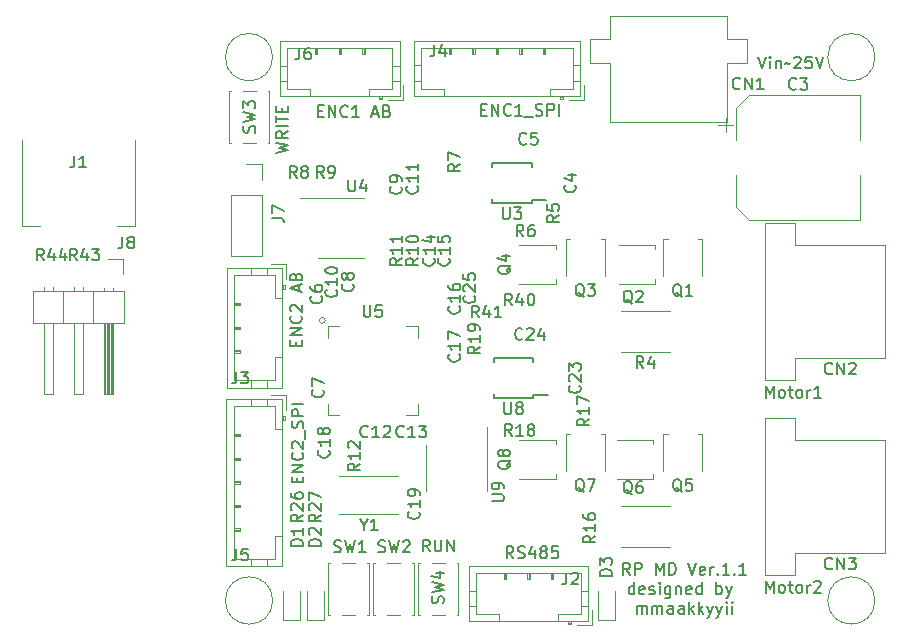
<source format=gto>
G04 #@! TF.GenerationSoftware,KiCad,Pcbnew,(5.1.5)-3*
G04 #@! TF.CreationDate,2022-07-01T00:55:21+09:00*
G04 #@! TF.ProjectId,RP_MD,52505f4d-442e-46b6-9963-61645f706362,rev?*
G04 #@! TF.SameCoordinates,Original*
G04 #@! TF.FileFunction,Legend,Top*
G04 #@! TF.FilePolarity,Positive*
%FSLAX46Y46*%
G04 Gerber Fmt 4.6, Leading zero omitted, Abs format (unit mm)*
G04 Created by KiCad (PCBNEW (5.1.5)-3) date 2022-07-01 00:55:21*
%MOMM*%
%LPD*%
G04 APERTURE LIST*
%ADD10C,0.150000*%
%ADD11C,0.120000*%
G04 APERTURE END LIST*
D10*
X133596261Y-94749880D02*
X133262928Y-94273690D01*
X133024833Y-94749880D02*
X133024833Y-93749880D01*
X133405785Y-93749880D01*
X133501023Y-93797500D01*
X133548642Y-93845119D01*
X133596261Y-93940357D01*
X133596261Y-94083214D01*
X133548642Y-94178452D01*
X133501023Y-94226071D01*
X133405785Y-94273690D01*
X133024833Y-94273690D01*
X133977214Y-94702261D02*
X134120071Y-94749880D01*
X134358166Y-94749880D01*
X134453404Y-94702261D01*
X134501023Y-94654642D01*
X134548642Y-94559404D01*
X134548642Y-94464166D01*
X134501023Y-94368928D01*
X134453404Y-94321309D01*
X134358166Y-94273690D01*
X134167690Y-94226071D01*
X134072452Y-94178452D01*
X134024833Y-94130833D01*
X133977214Y-94035595D01*
X133977214Y-93940357D01*
X134024833Y-93845119D01*
X134072452Y-93797500D01*
X134167690Y-93749880D01*
X134405785Y-93749880D01*
X134548642Y-93797500D01*
X135405785Y-94083214D02*
X135405785Y-94749880D01*
X135167690Y-93702261D02*
X134929595Y-94416547D01*
X135548642Y-94416547D01*
X136072452Y-94178452D02*
X135977214Y-94130833D01*
X135929595Y-94083214D01*
X135881976Y-93987976D01*
X135881976Y-93940357D01*
X135929595Y-93845119D01*
X135977214Y-93797500D01*
X136072452Y-93749880D01*
X136262928Y-93749880D01*
X136358166Y-93797500D01*
X136405785Y-93845119D01*
X136453404Y-93940357D01*
X136453404Y-93987976D01*
X136405785Y-94083214D01*
X136358166Y-94130833D01*
X136262928Y-94178452D01*
X136072452Y-94178452D01*
X135977214Y-94226071D01*
X135929595Y-94273690D01*
X135881976Y-94368928D01*
X135881976Y-94559404D01*
X135929595Y-94654642D01*
X135977214Y-94702261D01*
X136072452Y-94749880D01*
X136262928Y-94749880D01*
X136358166Y-94702261D01*
X136405785Y-94654642D01*
X136453404Y-94559404D01*
X136453404Y-94368928D01*
X136405785Y-94273690D01*
X136358166Y-94226071D01*
X136262928Y-94178452D01*
X137358166Y-93749880D02*
X136881976Y-93749880D01*
X136834357Y-94226071D01*
X136881976Y-94178452D01*
X136977214Y-94130833D01*
X137215309Y-94130833D01*
X137310547Y-94178452D01*
X137358166Y-94226071D01*
X137405785Y-94321309D01*
X137405785Y-94559404D01*
X137358166Y-94654642D01*
X137310547Y-94702261D01*
X137215309Y-94749880D01*
X136977214Y-94749880D01*
X136881976Y-94702261D01*
X136834357Y-94654642D01*
X143462952Y-96147880D02*
X143129619Y-95671690D01*
X142891523Y-96147880D02*
X142891523Y-95147880D01*
X143272476Y-95147880D01*
X143367714Y-95195500D01*
X143415333Y-95243119D01*
X143462952Y-95338357D01*
X143462952Y-95481214D01*
X143415333Y-95576452D01*
X143367714Y-95624071D01*
X143272476Y-95671690D01*
X142891523Y-95671690D01*
X143891523Y-96147880D02*
X143891523Y-95147880D01*
X144272476Y-95147880D01*
X144367714Y-95195500D01*
X144415333Y-95243119D01*
X144462952Y-95338357D01*
X144462952Y-95481214D01*
X144415333Y-95576452D01*
X144367714Y-95624071D01*
X144272476Y-95671690D01*
X143891523Y-95671690D01*
X145653428Y-96147880D02*
X145653428Y-95147880D01*
X145986761Y-95862166D01*
X146320095Y-95147880D01*
X146320095Y-96147880D01*
X146796285Y-96147880D02*
X146796285Y-95147880D01*
X147034380Y-95147880D01*
X147177238Y-95195500D01*
X147272476Y-95290738D01*
X147320095Y-95385976D01*
X147367714Y-95576452D01*
X147367714Y-95719309D01*
X147320095Y-95909785D01*
X147272476Y-96005023D01*
X147177238Y-96100261D01*
X147034380Y-96147880D01*
X146796285Y-96147880D01*
X148415333Y-95147880D02*
X148748666Y-96147880D01*
X149082000Y-95147880D01*
X149796285Y-96100261D02*
X149701047Y-96147880D01*
X149510571Y-96147880D01*
X149415333Y-96100261D01*
X149367714Y-96005023D01*
X149367714Y-95624071D01*
X149415333Y-95528833D01*
X149510571Y-95481214D01*
X149701047Y-95481214D01*
X149796285Y-95528833D01*
X149843904Y-95624071D01*
X149843904Y-95719309D01*
X149367714Y-95814547D01*
X150272476Y-96147880D02*
X150272476Y-95481214D01*
X150272476Y-95671690D02*
X150320095Y-95576452D01*
X150367714Y-95528833D01*
X150462952Y-95481214D01*
X150558190Y-95481214D01*
X150891523Y-96052642D02*
X150939142Y-96100261D01*
X150891523Y-96147880D01*
X150843904Y-96100261D01*
X150891523Y-96052642D01*
X150891523Y-96147880D01*
X151891523Y-96147880D02*
X151320095Y-96147880D01*
X151605809Y-96147880D02*
X151605809Y-95147880D01*
X151510571Y-95290738D01*
X151415333Y-95385976D01*
X151320095Y-95433595D01*
X152320095Y-96052642D02*
X152367714Y-96100261D01*
X152320095Y-96147880D01*
X152272476Y-96100261D01*
X152320095Y-96052642D01*
X152320095Y-96147880D01*
X153320095Y-96147880D02*
X152748666Y-96147880D01*
X153034380Y-96147880D02*
X153034380Y-95147880D01*
X152939142Y-95290738D01*
X152843904Y-95385976D01*
X152748666Y-95433595D01*
X143843904Y-97797880D02*
X143843904Y-96797880D01*
X143843904Y-97750261D02*
X143748666Y-97797880D01*
X143558190Y-97797880D01*
X143462952Y-97750261D01*
X143415333Y-97702642D01*
X143367714Y-97607404D01*
X143367714Y-97321690D01*
X143415333Y-97226452D01*
X143462952Y-97178833D01*
X143558190Y-97131214D01*
X143748666Y-97131214D01*
X143843904Y-97178833D01*
X144701047Y-97750261D02*
X144605809Y-97797880D01*
X144415333Y-97797880D01*
X144320095Y-97750261D01*
X144272476Y-97655023D01*
X144272476Y-97274071D01*
X144320095Y-97178833D01*
X144415333Y-97131214D01*
X144605809Y-97131214D01*
X144701047Y-97178833D01*
X144748666Y-97274071D01*
X144748666Y-97369309D01*
X144272476Y-97464547D01*
X145129619Y-97750261D02*
X145224857Y-97797880D01*
X145415333Y-97797880D01*
X145510571Y-97750261D01*
X145558190Y-97655023D01*
X145558190Y-97607404D01*
X145510571Y-97512166D01*
X145415333Y-97464547D01*
X145272476Y-97464547D01*
X145177238Y-97416928D01*
X145129619Y-97321690D01*
X145129619Y-97274071D01*
X145177238Y-97178833D01*
X145272476Y-97131214D01*
X145415333Y-97131214D01*
X145510571Y-97178833D01*
X145986761Y-97797880D02*
X145986761Y-97131214D01*
X145986761Y-96797880D02*
X145939142Y-96845500D01*
X145986761Y-96893119D01*
X146034380Y-96845500D01*
X145986761Y-96797880D01*
X145986761Y-96893119D01*
X146891523Y-97131214D02*
X146891523Y-97940738D01*
X146843904Y-98035976D01*
X146796285Y-98083595D01*
X146701047Y-98131214D01*
X146558190Y-98131214D01*
X146462952Y-98083595D01*
X146891523Y-97750261D02*
X146796285Y-97797880D01*
X146605809Y-97797880D01*
X146510571Y-97750261D01*
X146462952Y-97702642D01*
X146415333Y-97607404D01*
X146415333Y-97321690D01*
X146462952Y-97226452D01*
X146510571Y-97178833D01*
X146605809Y-97131214D01*
X146796285Y-97131214D01*
X146891523Y-97178833D01*
X147367714Y-97131214D02*
X147367714Y-97797880D01*
X147367714Y-97226452D02*
X147415333Y-97178833D01*
X147510571Y-97131214D01*
X147653428Y-97131214D01*
X147748666Y-97178833D01*
X147796285Y-97274071D01*
X147796285Y-97797880D01*
X148653428Y-97750261D02*
X148558190Y-97797880D01*
X148367714Y-97797880D01*
X148272476Y-97750261D01*
X148224857Y-97655023D01*
X148224857Y-97274071D01*
X148272476Y-97178833D01*
X148367714Y-97131214D01*
X148558190Y-97131214D01*
X148653428Y-97178833D01*
X148701047Y-97274071D01*
X148701047Y-97369309D01*
X148224857Y-97464547D01*
X149558190Y-97797880D02*
X149558190Y-96797880D01*
X149558190Y-97750261D02*
X149462952Y-97797880D01*
X149272476Y-97797880D01*
X149177238Y-97750261D01*
X149129619Y-97702642D01*
X149082000Y-97607404D01*
X149082000Y-97321690D01*
X149129619Y-97226452D01*
X149177238Y-97178833D01*
X149272476Y-97131214D01*
X149462952Y-97131214D01*
X149558190Y-97178833D01*
X150796285Y-97797880D02*
X150796285Y-96797880D01*
X150796285Y-97178833D02*
X150891523Y-97131214D01*
X151082000Y-97131214D01*
X151177238Y-97178833D01*
X151224857Y-97226452D01*
X151272476Y-97321690D01*
X151272476Y-97607404D01*
X151224857Y-97702642D01*
X151177238Y-97750261D01*
X151082000Y-97797880D01*
X150891523Y-97797880D01*
X150796285Y-97750261D01*
X151605809Y-97131214D02*
X151843904Y-97797880D01*
X152082000Y-97131214D02*
X151843904Y-97797880D01*
X151748666Y-98035976D01*
X151701047Y-98083595D01*
X151605809Y-98131214D01*
X144034380Y-99447880D02*
X144034380Y-98781214D01*
X144034380Y-98876452D02*
X144082000Y-98828833D01*
X144177238Y-98781214D01*
X144320095Y-98781214D01*
X144415333Y-98828833D01*
X144462952Y-98924071D01*
X144462952Y-99447880D01*
X144462952Y-98924071D02*
X144510571Y-98828833D01*
X144605809Y-98781214D01*
X144748666Y-98781214D01*
X144843904Y-98828833D01*
X144891523Y-98924071D01*
X144891523Y-99447880D01*
X145367714Y-99447880D02*
X145367714Y-98781214D01*
X145367714Y-98876452D02*
X145415333Y-98828833D01*
X145510571Y-98781214D01*
X145653428Y-98781214D01*
X145748666Y-98828833D01*
X145796285Y-98924071D01*
X145796285Y-99447880D01*
X145796285Y-98924071D02*
X145843904Y-98828833D01*
X145939142Y-98781214D01*
X146082000Y-98781214D01*
X146177238Y-98828833D01*
X146224857Y-98924071D01*
X146224857Y-99447880D01*
X147129619Y-99447880D02*
X147129619Y-98924071D01*
X147082000Y-98828833D01*
X146986761Y-98781214D01*
X146796285Y-98781214D01*
X146701047Y-98828833D01*
X147129619Y-99400261D02*
X147034380Y-99447880D01*
X146796285Y-99447880D01*
X146701047Y-99400261D01*
X146653428Y-99305023D01*
X146653428Y-99209785D01*
X146701047Y-99114547D01*
X146796285Y-99066928D01*
X147034380Y-99066928D01*
X147129619Y-99019309D01*
X148034380Y-99447880D02*
X148034380Y-98924071D01*
X147986761Y-98828833D01*
X147891523Y-98781214D01*
X147701047Y-98781214D01*
X147605809Y-98828833D01*
X148034380Y-99400261D02*
X147939142Y-99447880D01*
X147701047Y-99447880D01*
X147605809Y-99400261D01*
X147558190Y-99305023D01*
X147558190Y-99209785D01*
X147605809Y-99114547D01*
X147701047Y-99066928D01*
X147939142Y-99066928D01*
X148034380Y-99019309D01*
X148510571Y-99447880D02*
X148510571Y-98447880D01*
X148605809Y-99066928D02*
X148891523Y-99447880D01*
X148891523Y-98781214D02*
X148510571Y-99162166D01*
X149320095Y-99447880D02*
X149320095Y-98447880D01*
X149415333Y-99066928D02*
X149701047Y-99447880D01*
X149701047Y-98781214D02*
X149320095Y-99162166D01*
X150034380Y-98781214D02*
X150272476Y-99447880D01*
X150510571Y-98781214D02*
X150272476Y-99447880D01*
X150177238Y-99685976D01*
X150129619Y-99733595D01*
X150034380Y-99781214D01*
X150796285Y-98781214D02*
X151034380Y-99447880D01*
X151272476Y-98781214D02*
X151034380Y-99447880D01*
X150939142Y-99685976D01*
X150891523Y-99733595D01*
X150796285Y-99781214D01*
X151653428Y-99447880D02*
X151653428Y-98781214D01*
X151653428Y-98447880D02*
X151605809Y-98495500D01*
X151653428Y-98543119D01*
X151701047Y-98495500D01*
X151653428Y-98447880D01*
X151653428Y-98543119D01*
X152129619Y-99447880D02*
X152129619Y-98781214D01*
X152129619Y-98447880D02*
X152082000Y-98495500D01*
X152129619Y-98543119D01*
X152177238Y-98495500D01*
X152129619Y-98447880D01*
X152129619Y-98543119D01*
X113498380Y-60420000D02*
X114498380Y-60181904D01*
X113784095Y-59991428D01*
X114498380Y-59800952D01*
X113498380Y-59562857D01*
X114498380Y-58610476D02*
X114022190Y-58943809D01*
X114498380Y-59181904D02*
X113498380Y-59181904D01*
X113498380Y-58800952D01*
X113546000Y-58705714D01*
X113593619Y-58658095D01*
X113688857Y-58610476D01*
X113831714Y-58610476D01*
X113926952Y-58658095D01*
X113974571Y-58705714D01*
X114022190Y-58800952D01*
X114022190Y-59181904D01*
X114498380Y-58181904D02*
X113498380Y-58181904D01*
X113498380Y-57848571D02*
X113498380Y-57277142D01*
X114498380Y-57562857D02*
X113498380Y-57562857D01*
X113974571Y-56943809D02*
X113974571Y-56610476D01*
X114498380Y-56467619D02*
X114498380Y-56943809D01*
X113498380Y-56943809D01*
X113498380Y-56467619D01*
X126515904Y-94178380D02*
X126182571Y-93702190D01*
X125944476Y-94178380D02*
X125944476Y-93178380D01*
X126325428Y-93178380D01*
X126420666Y-93226000D01*
X126468285Y-93273619D01*
X126515904Y-93368857D01*
X126515904Y-93511714D01*
X126468285Y-93606952D01*
X126420666Y-93654571D01*
X126325428Y-93702190D01*
X125944476Y-93702190D01*
X126944476Y-93178380D02*
X126944476Y-93987904D01*
X126992095Y-94083142D01*
X127039714Y-94130761D01*
X127134952Y-94178380D01*
X127325428Y-94178380D01*
X127420666Y-94130761D01*
X127468285Y-94083142D01*
X127515904Y-93987904D01*
X127515904Y-93178380D01*
X127992095Y-94178380D02*
X127992095Y-93178380D01*
X128563523Y-94178380D01*
X128563523Y-93178380D01*
X115308071Y-88336023D02*
X115308071Y-88002690D01*
X115831880Y-87859833D02*
X115831880Y-88336023D01*
X114831880Y-88336023D01*
X114831880Y-87859833D01*
X115831880Y-87431261D02*
X114831880Y-87431261D01*
X115831880Y-86859833D01*
X114831880Y-86859833D01*
X115736642Y-85812214D02*
X115784261Y-85859833D01*
X115831880Y-86002690D01*
X115831880Y-86097928D01*
X115784261Y-86240785D01*
X115689023Y-86336023D01*
X115593785Y-86383642D01*
X115403309Y-86431261D01*
X115260452Y-86431261D01*
X115069976Y-86383642D01*
X114974738Y-86336023D01*
X114879500Y-86240785D01*
X114831880Y-86097928D01*
X114831880Y-86002690D01*
X114879500Y-85859833D01*
X114927119Y-85812214D01*
X114927119Y-85431261D02*
X114879500Y-85383642D01*
X114831880Y-85288404D01*
X114831880Y-85050309D01*
X114879500Y-84955071D01*
X114927119Y-84907452D01*
X115022357Y-84859833D01*
X115117595Y-84859833D01*
X115260452Y-84907452D01*
X115831880Y-85478880D01*
X115831880Y-84859833D01*
X115927119Y-84669357D02*
X115927119Y-83907452D01*
X115784261Y-83716976D02*
X115831880Y-83574119D01*
X115831880Y-83336023D01*
X115784261Y-83240785D01*
X115736642Y-83193166D01*
X115641404Y-83145547D01*
X115546166Y-83145547D01*
X115450928Y-83193166D01*
X115403309Y-83240785D01*
X115355690Y-83336023D01*
X115308071Y-83526500D01*
X115260452Y-83621738D01*
X115212833Y-83669357D01*
X115117595Y-83716976D01*
X115022357Y-83716976D01*
X114927119Y-83669357D01*
X114879500Y-83621738D01*
X114831880Y-83526500D01*
X114831880Y-83288404D01*
X114879500Y-83145547D01*
X115831880Y-82716976D02*
X114831880Y-82716976D01*
X114831880Y-82336023D01*
X114879500Y-82240785D01*
X114927119Y-82193166D01*
X115022357Y-82145547D01*
X115165214Y-82145547D01*
X115260452Y-82193166D01*
X115308071Y-82240785D01*
X115355690Y-82336023D01*
X115355690Y-82716976D01*
X115831880Y-81716976D02*
X114831880Y-81716976D01*
X115181071Y-76747309D02*
X115181071Y-76413976D01*
X115704880Y-76271119D02*
X115704880Y-76747309D01*
X114704880Y-76747309D01*
X114704880Y-76271119D01*
X115704880Y-75842547D02*
X114704880Y-75842547D01*
X115704880Y-75271119D01*
X114704880Y-75271119D01*
X115609642Y-74223500D02*
X115657261Y-74271119D01*
X115704880Y-74413976D01*
X115704880Y-74509214D01*
X115657261Y-74652071D01*
X115562023Y-74747309D01*
X115466785Y-74794928D01*
X115276309Y-74842547D01*
X115133452Y-74842547D01*
X114942976Y-74794928D01*
X114847738Y-74747309D01*
X114752500Y-74652071D01*
X114704880Y-74509214D01*
X114704880Y-74413976D01*
X114752500Y-74271119D01*
X114800119Y-74223500D01*
X114800119Y-73842547D02*
X114752500Y-73794928D01*
X114704880Y-73699690D01*
X114704880Y-73461595D01*
X114752500Y-73366357D01*
X114800119Y-73318738D01*
X114895357Y-73271119D01*
X114990595Y-73271119D01*
X115133452Y-73318738D01*
X115704880Y-73890166D01*
X115704880Y-73271119D01*
X115419166Y-72128261D02*
X115419166Y-71652071D01*
X115704880Y-72223500D02*
X114704880Y-71890166D01*
X115704880Y-71556833D01*
X115181071Y-70890166D02*
X115228690Y-70747309D01*
X115276309Y-70699690D01*
X115371547Y-70652071D01*
X115514404Y-70652071D01*
X115609642Y-70699690D01*
X115657261Y-70747309D01*
X115704880Y-70842547D01*
X115704880Y-71223500D01*
X114704880Y-71223500D01*
X114704880Y-70890166D01*
X114752500Y-70794928D01*
X114800119Y-70747309D01*
X114895357Y-70699690D01*
X114990595Y-70699690D01*
X115085833Y-70747309D01*
X115133452Y-70794928D01*
X115181071Y-70890166D01*
X115181071Y-71223500D01*
X117054690Y-56888071D02*
X117388023Y-56888071D01*
X117530880Y-57411880D02*
X117054690Y-57411880D01*
X117054690Y-56411880D01*
X117530880Y-56411880D01*
X117959452Y-57411880D02*
X117959452Y-56411880D01*
X118530880Y-57411880D01*
X118530880Y-56411880D01*
X119578500Y-57316642D02*
X119530880Y-57364261D01*
X119388023Y-57411880D01*
X119292785Y-57411880D01*
X119149928Y-57364261D01*
X119054690Y-57269023D01*
X119007071Y-57173785D01*
X118959452Y-56983309D01*
X118959452Y-56840452D01*
X119007071Y-56649976D01*
X119054690Y-56554738D01*
X119149928Y-56459500D01*
X119292785Y-56411880D01*
X119388023Y-56411880D01*
X119530880Y-56459500D01*
X119578500Y-56507119D01*
X120530880Y-57411880D02*
X119959452Y-57411880D01*
X120245166Y-57411880D02*
X120245166Y-56411880D01*
X120149928Y-56554738D01*
X120054690Y-56649976D01*
X119959452Y-56697595D01*
X121673738Y-57126166D02*
X122149928Y-57126166D01*
X121578500Y-57411880D02*
X121911833Y-56411880D01*
X122245166Y-57411880D01*
X122911833Y-56888071D02*
X123054690Y-56935690D01*
X123102309Y-56983309D01*
X123149928Y-57078547D01*
X123149928Y-57221404D01*
X123102309Y-57316642D01*
X123054690Y-57364261D01*
X122959452Y-57411880D01*
X122578500Y-57411880D01*
X122578500Y-56411880D01*
X122911833Y-56411880D01*
X123007071Y-56459500D01*
X123054690Y-56507119D01*
X123102309Y-56602357D01*
X123102309Y-56697595D01*
X123054690Y-56792833D01*
X123007071Y-56840452D01*
X122911833Y-56888071D01*
X122578500Y-56888071D01*
X130865976Y-56761071D02*
X131199309Y-56761071D01*
X131342166Y-57284880D02*
X130865976Y-57284880D01*
X130865976Y-56284880D01*
X131342166Y-56284880D01*
X131770738Y-57284880D02*
X131770738Y-56284880D01*
X132342166Y-57284880D01*
X132342166Y-56284880D01*
X133389785Y-57189642D02*
X133342166Y-57237261D01*
X133199309Y-57284880D01*
X133104071Y-57284880D01*
X132961214Y-57237261D01*
X132865976Y-57142023D01*
X132818357Y-57046785D01*
X132770738Y-56856309D01*
X132770738Y-56713452D01*
X132818357Y-56522976D01*
X132865976Y-56427738D01*
X132961214Y-56332500D01*
X133104071Y-56284880D01*
X133199309Y-56284880D01*
X133342166Y-56332500D01*
X133389785Y-56380119D01*
X134342166Y-57284880D02*
X133770738Y-57284880D01*
X134056452Y-57284880D02*
X134056452Y-56284880D01*
X133961214Y-56427738D01*
X133865976Y-56522976D01*
X133770738Y-56570595D01*
X134532642Y-57380119D02*
X135294547Y-57380119D01*
X135485023Y-57237261D02*
X135627880Y-57284880D01*
X135865976Y-57284880D01*
X135961214Y-57237261D01*
X136008833Y-57189642D01*
X136056452Y-57094404D01*
X136056452Y-56999166D01*
X136008833Y-56903928D01*
X135961214Y-56856309D01*
X135865976Y-56808690D01*
X135675500Y-56761071D01*
X135580261Y-56713452D01*
X135532642Y-56665833D01*
X135485023Y-56570595D01*
X135485023Y-56475357D01*
X135532642Y-56380119D01*
X135580261Y-56332500D01*
X135675500Y-56284880D01*
X135913595Y-56284880D01*
X136056452Y-56332500D01*
X136485023Y-57284880D02*
X136485023Y-56284880D01*
X136865976Y-56284880D01*
X136961214Y-56332500D01*
X137008833Y-56380119D01*
X137056452Y-56475357D01*
X137056452Y-56618214D01*
X137008833Y-56713452D01*
X136961214Y-56761071D01*
X136865976Y-56808690D01*
X136485023Y-56808690D01*
X137485023Y-57284880D02*
X137485023Y-56284880D01*
X154979976Y-81160880D02*
X154979976Y-80160880D01*
X155313309Y-80875166D01*
X155646642Y-80160880D01*
X155646642Y-81160880D01*
X156265690Y-81160880D02*
X156170452Y-81113261D01*
X156122833Y-81065642D01*
X156075214Y-80970404D01*
X156075214Y-80684690D01*
X156122833Y-80589452D01*
X156170452Y-80541833D01*
X156265690Y-80494214D01*
X156408547Y-80494214D01*
X156503785Y-80541833D01*
X156551404Y-80589452D01*
X156599023Y-80684690D01*
X156599023Y-80970404D01*
X156551404Y-81065642D01*
X156503785Y-81113261D01*
X156408547Y-81160880D01*
X156265690Y-81160880D01*
X156884738Y-80494214D02*
X157265690Y-80494214D01*
X157027595Y-80160880D02*
X157027595Y-81018023D01*
X157075214Y-81113261D01*
X157170452Y-81160880D01*
X157265690Y-81160880D01*
X157741880Y-81160880D02*
X157646642Y-81113261D01*
X157599023Y-81065642D01*
X157551404Y-80970404D01*
X157551404Y-80684690D01*
X157599023Y-80589452D01*
X157646642Y-80541833D01*
X157741880Y-80494214D01*
X157884738Y-80494214D01*
X157979976Y-80541833D01*
X158027595Y-80589452D01*
X158075214Y-80684690D01*
X158075214Y-80970404D01*
X158027595Y-81065642D01*
X157979976Y-81113261D01*
X157884738Y-81160880D01*
X157741880Y-81160880D01*
X158503785Y-81160880D02*
X158503785Y-80494214D01*
X158503785Y-80684690D02*
X158551404Y-80589452D01*
X158599023Y-80541833D01*
X158694261Y-80494214D01*
X158789500Y-80494214D01*
X159646642Y-81160880D02*
X159075214Y-81160880D01*
X159360928Y-81160880D02*
X159360928Y-80160880D01*
X159265690Y-80303738D01*
X159170452Y-80398976D01*
X159075214Y-80446595D01*
X154979976Y-97670880D02*
X154979976Y-96670880D01*
X155313309Y-97385166D01*
X155646642Y-96670880D01*
X155646642Y-97670880D01*
X156265690Y-97670880D02*
X156170452Y-97623261D01*
X156122833Y-97575642D01*
X156075214Y-97480404D01*
X156075214Y-97194690D01*
X156122833Y-97099452D01*
X156170452Y-97051833D01*
X156265690Y-97004214D01*
X156408547Y-97004214D01*
X156503785Y-97051833D01*
X156551404Y-97099452D01*
X156599023Y-97194690D01*
X156599023Y-97480404D01*
X156551404Y-97575642D01*
X156503785Y-97623261D01*
X156408547Y-97670880D01*
X156265690Y-97670880D01*
X156884738Y-97004214D02*
X157265690Y-97004214D01*
X157027595Y-96670880D02*
X157027595Y-97528023D01*
X157075214Y-97623261D01*
X157170452Y-97670880D01*
X157265690Y-97670880D01*
X157741880Y-97670880D02*
X157646642Y-97623261D01*
X157599023Y-97575642D01*
X157551404Y-97480404D01*
X157551404Y-97194690D01*
X157599023Y-97099452D01*
X157646642Y-97051833D01*
X157741880Y-97004214D01*
X157884738Y-97004214D01*
X157979976Y-97051833D01*
X158027595Y-97099452D01*
X158075214Y-97194690D01*
X158075214Y-97480404D01*
X158027595Y-97575642D01*
X157979976Y-97623261D01*
X157884738Y-97670880D01*
X157741880Y-97670880D01*
X158503785Y-97670880D02*
X158503785Y-97004214D01*
X158503785Y-97194690D02*
X158551404Y-97099452D01*
X158599023Y-97051833D01*
X158694261Y-97004214D01*
X158789500Y-97004214D01*
X159075214Y-96766119D02*
X159122833Y-96718500D01*
X159218071Y-96670880D01*
X159456166Y-96670880D01*
X159551404Y-96718500D01*
X159599023Y-96766119D01*
X159646642Y-96861357D01*
X159646642Y-96956595D01*
X159599023Y-97099452D01*
X159027595Y-97670880D01*
X159646642Y-97670880D01*
X154337095Y-52284380D02*
X154670428Y-53284380D01*
X155003761Y-52284380D01*
X155337095Y-53284380D02*
X155337095Y-52617714D01*
X155337095Y-52284380D02*
X155289476Y-52332000D01*
X155337095Y-52379619D01*
X155384714Y-52332000D01*
X155337095Y-52284380D01*
X155337095Y-52379619D01*
X155813285Y-52617714D02*
X155813285Y-53284380D01*
X155813285Y-52712952D02*
X155860904Y-52665333D01*
X155956142Y-52617714D01*
X156099000Y-52617714D01*
X156194238Y-52665333D01*
X156241857Y-52760571D01*
X156241857Y-53284380D01*
X156575190Y-52903428D02*
X156622809Y-52855809D01*
X156718047Y-52808190D01*
X156908523Y-52903428D01*
X157003761Y-52855809D01*
X157051380Y-52808190D01*
X157384714Y-52379619D02*
X157432333Y-52332000D01*
X157527571Y-52284380D01*
X157765666Y-52284380D01*
X157860904Y-52332000D01*
X157908523Y-52379619D01*
X157956142Y-52474857D01*
X157956142Y-52570095D01*
X157908523Y-52712952D01*
X157337095Y-53284380D01*
X157956142Y-53284380D01*
X158860904Y-52284380D02*
X158384714Y-52284380D01*
X158337095Y-52760571D01*
X158384714Y-52712952D01*
X158479952Y-52665333D01*
X158718047Y-52665333D01*
X158813285Y-52712952D01*
X158860904Y-52760571D01*
X158908523Y-52855809D01*
X158908523Y-53093904D01*
X158860904Y-53189142D01*
X158813285Y-53236761D01*
X158718047Y-53284380D01*
X158479952Y-53284380D01*
X158384714Y-53236761D01*
X158337095Y-53189142D01*
X159194238Y-52284380D02*
X159527571Y-53284380D01*
X159860904Y-52284380D01*
D11*
X113220000Y-52330000D02*
G75*
G03X113220000Y-52330000I-2000000J0D01*
G01*
X164220000Y-52330000D02*
G75*
G03X164220000Y-52330000I-2000000J0D01*
G01*
X164220000Y-98330000D02*
G75*
G03X164220000Y-98330000I-2000000J0D01*
G01*
X113220000Y-98330000D02*
G75*
G03X113220000Y-98330000I-2000000J0D01*
G01*
X110998000Y-61408000D02*
X112328000Y-61408000D01*
X112328000Y-61408000D02*
X112328000Y-62738000D01*
X112328000Y-64008000D02*
X112328000Y-69148000D01*
X109668000Y-69148000D02*
X112328000Y-69148000D01*
X109668000Y-64008000D02*
X109668000Y-69148000D01*
X109668000Y-64008000D02*
X112328000Y-64008000D01*
X109552000Y-55204000D02*
X109552000Y-59604000D01*
X109552000Y-59604000D02*
X109672000Y-59604000D01*
X110682000Y-59604000D02*
X111822000Y-59604000D01*
X112832000Y-59604000D02*
X112952000Y-59604000D01*
X112952000Y-59604000D02*
X112952000Y-55204000D01*
X112952000Y-55204000D02*
X112832000Y-55204000D01*
X111822000Y-55204000D02*
X110682000Y-55204000D01*
X109672000Y-55204000D02*
X109552000Y-55204000D01*
X149605000Y-84265000D02*
X149605000Y-87340000D01*
X146305000Y-84265000D02*
X146305000Y-87340000D01*
X146305000Y-84265000D02*
X146655000Y-84265000D01*
X149605000Y-84265000D02*
X149255000Y-84265000D01*
X145435000Y-88010000D02*
X142360000Y-88010000D01*
X145435000Y-84710000D02*
X142360000Y-84710000D01*
X145435000Y-84710000D02*
X145435000Y-85060000D01*
X145435000Y-88010000D02*
X145435000Y-87660000D01*
X141350000Y-84265000D02*
X141350000Y-87340000D01*
X138050000Y-84265000D02*
X138050000Y-87340000D01*
X138050000Y-84265000D02*
X138400000Y-84265000D01*
X141350000Y-84265000D02*
X141000000Y-84265000D01*
X137180000Y-88010000D02*
X134105000Y-88010000D01*
X137180000Y-84710000D02*
X134105000Y-84710000D01*
X137180000Y-84710000D02*
X137180000Y-85060000D01*
X137180000Y-88010000D02*
X137180000Y-87660000D01*
X137180000Y-71500000D02*
X134105000Y-71500000D01*
X137180000Y-68200000D02*
X134105000Y-68200000D01*
X137180000Y-68200000D02*
X137180000Y-68550000D01*
X137180000Y-71500000D02*
X137180000Y-71150000D01*
X141350000Y-67755000D02*
X141350000Y-70830000D01*
X138050000Y-67755000D02*
X138050000Y-70830000D01*
X138050000Y-67755000D02*
X138400000Y-67755000D01*
X141350000Y-67755000D02*
X141000000Y-67755000D01*
X145605000Y-71500000D02*
X142530000Y-71500000D01*
X145605000Y-68200000D02*
X142530000Y-68200000D01*
X145605000Y-68200000D02*
X145605000Y-68550000D01*
X145605000Y-71500000D02*
X145605000Y-71150000D01*
X149605000Y-67755000D02*
X149605000Y-70830000D01*
X146305000Y-67755000D02*
X146305000Y-70830000D01*
X146305000Y-67755000D02*
X146655000Y-67755000D01*
X149605000Y-67755000D02*
X149255000Y-67755000D01*
X93530000Y-66640000D02*
X92030000Y-66640000D01*
X92030000Y-66640000D02*
X92030000Y-59380000D01*
X101530000Y-66640000D02*
X101530000Y-59380000D01*
X101530000Y-66640000D02*
X100030000Y-66640000D01*
X114330000Y-80970000D02*
X113080000Y-80970000D01*
X114330000Y-82220000D02*
X114330000Y-80970000D01*
X109920000Y-92330000D02*
X110420000Y-92330000D01*
X110420000Y-92430000D02*
X109920000Y-92430000D01*
X110420000Y-92230000D02*
X110420000Y-92430000D01*
X109920000Y-92230000D02*
X110420000Y-92230000D01*
X109920000Y-90330000D02*
X110420000Y-90330000D01*
X110420000Y-90430000D02*
X109920000Y-90430000D01*
X110420000Y-90230000D02*
X110420000Y-90430000D01*
X109920000Y-90230000D02*
X110420000Y-90230000D01*
X109920000Y-88330000D02*
X110420000Y-88330000D01*
X110420000Y-88430000D02*
X109920000Y-88430000D01*
X110420000Y-88230000D02*
X110420000Y-88430000D01*
X109920000Y-88230000D02*
X110420000Y-88230000D01*
X109920000Y-86330000D02*
X110420000Y-86330000D01*
X110420000Y-86430000D02*
X109920000Y-86430000D01*
X110420000Y-86230000D02*
X110420000Y-86430000D01*
X109920000Y-86230000D02*
X110420000Y-86230000D01*
X109920000Y-84330000D02*
X110420000Y-84330000D01*
X110420000Y-84430000D02*
X109920000Y-84430000D01*
X110420000Y-84230000D02*
X110420000Y-84430000D01*
X109920000Y-84230000D02*
X110420000Y-84230000D01*
X111420000Y-95390000D02*
X111420000Y-94780000D01*
X112720000Y-95390000D02*
X112720000Y-94780000D01*
X111420000Y-81270000D02*
X111420000Y-81880000D01*
X112720000Y-81270000D02*
X112720000Y-81880000D01*
X113420000Y-92830000D02*
X114030000Y-92830000D01*
X113420000Y-94780000D02*
X113420000Y-92830000D01*
X109920000Y-94780000D02*
X113420000Y-94780000D01*
X109920000Y-81880000D02*
X109920000Y-94780000D01*
X113420000Y-81880000D02*
X109920000Y-81880000D01*
X113420000Y-83830000D02*
X113420000Y-81880000D01*
X114030000Y-83830000D02*
X113420000Y-83830000D01*
X114130000Y-83030000D02*
X114130000Y-82730000D01*
X114230000Y-82730000D02*
X114030000Y-82730000D01*
X114230000Y-83030000D02*
X114230000Y-82730000D01*
X114030000Y-83030000D02*
X114230000Y-83030000D01*
X114030000Y-95390000D02*
X114030000Y-81270000D01*
X109310000Y-95390000D02*
X114030000Y-95390000D01*
X109310000Y-81270000D02*
X109310000Y-95390000D01*
X114030000Y-81270000D02*
X109310000Y-81270000D01*
X125554000Y-95130000D02*
X125554000Y-99530000D01*
X125554000Y-99530000D02*
X125674000Y-99530000D01*
X126684000Y-99530000D02*
X127824000Y-99530000D01*
X128834000Y-99530000D02*
X128954000Y-99530000D01*
X128954000Y-99530000D02*
X128954000Y-95130000D01*
X128954000Y-95130000D02*
X128834000Y-95130000D01*
X127824000Y-95130000D02*
X126684000Y-95130000D01*
X125674000Y-95130000D02*
X125554000Y-95130000D01*
X125160000Y-99530000D02*
X125160000Y-95130000D01*
X125160000Y-95130000D02*
X125040000Y-95130000D01*
X124030000Y-95130000D02*
X122890000Y-95130000D01*
X121880000Y-95130000D02*
X121760000Y-95130000D01*
X121760000Y-95130000D02*
X121760000Y-99530000D01*
X121760000Y-99530000D02*
X121880000Y-99530000D01*
X122890000Y-99530000D02*
X124030000Y-99530000D01*
X125040000Y-99530000D02*
X125160000Y-99530000D01*
X121350000Y-99530000D02*
X121350000Y-95130000D01*
X121350000Y-95130000D02*
X121230000Y-95130000D01*
X120220000Y-95130000D02*
X119080000Y-95130000D01*
X118070000Y-95130000D02*
X117950000Y-95130000D01*
X117950000Y-95130000D02*
X117950000Y-99530000D01*
X117950000Y-99530000D02*
X118070000Y-99530000D01*
X119080000Y-99530000D02*
X120220000Y-99530000D01*
X121230000Y-99530000D02*
X121350000Y-99530000D01*
X151595000Y-57445000D02*
X151595000Y-58695000D01*
X150970000Y-58070000D02*
X152220000Y-58070000D01*
X152460000Y-65025563D02*
X153524437Y-66090000D01*
X152460000Y-56634437D02*
X153524437Y-55570000D01*
X152460000Y-56634437D02*
X152460000Y-59320000D01*
X152460000Y-65025563D02*
X152460000Y-62340000D01*
X153524437Y-66090000D02*
X162980000Y-66090000D01*
X153524437Y-55570000D02*
X162980000Y-55570000D01*
X162980000Y-55570000D02*
X162980000Y-59320000D01*
X162980000Y-66090000D02*
X162980000Y-62340000D01*
X100590000Y-69460000D02*
X100590000Y-70730000D01*
X99320000Y-69460000D02*
X100590000Y-69460000D01*
X93860000Y-71772929D02*
X93860000Y-72170000D01*
X94620000Y-71772929D02*
X94620000Y-72170000D01*
X93860000Y-80830000D02*
X93860000Y-74830000D01*
X94620000Y-80830000D02*
X93860000Y-80830000D01*
X94620000Y-74830000D02*
X94620000Y-80830000D01*
X95510000Y-72170000D02*
X95510000Y-74830000D01*
X96400000Y-71772929D02*
X96400000Y-72170000D01*
X97160000Y-71772929D02*
X97160000Y-72170000D01*
X96400000Y-80830000D02*
X96400000Y-74830000D01*
X97160000Y-80830000D02*
X96400000Y-80830000D01*
X97160000Y-74830000D02*
X97160000Y-80830000D01*
X98050000Y-72170000D02*
X98050000Y-74830000D01*
X98940000Y-71840000D02*
X98940000Y-72170000D01*
X99700000Y-71840000D02*
X99700000Y-72170000D01*
X99040000Y-74830000D02*
X99040000Y-80830000D01*
X99160000Y-74830000D02*
X99160000Y-80830000D01*
X99280000Y-74830000D02*
X99280000Y-80830000D01*
X99400000Y-74830000D02*
X99400000Y-80830000D01*
X99520000Y-74830000D02*
X99520000Y-80830000D01*
X99640000Y-74830000D02*
X99640000Y-80830000D01*
X98940000Y-80830000D02*
X98940000Y-74830000D01*
X99700000Y-80830000D02*
X98940000Y-80830000D01*
X99700000Y-74830000D02*
X99700000Y-80830000D01*
X100650000Y-74830000D02*
X100650000Y-72170000D01*
X92910000Y-74830000D02*
X100650000Y-74830000D01*
X92910000Y-72170000D02*
X92910000Y-74830000D01*
X100650000Y-72170000D02*
X92910000Y-72170000D01*
X146832064Y-90365000D02*
X142727936Y-90365000D01*
X146832064Y-93785000D02*
X142727936Y-93785000D01*
X131338000Y-87122000D02*
X131338000Y-83672000D01*
X131338000Y-87122000D02*
X131338000Y-89072000D01*
X126218000Y-87122000D02*
X126218000Y-85172000D01*
X126218000Y-87122000D02*
X126218000Y-89072000D01*
X124280000Y-55950000D02*
X124280000Y-54700000D01*
X123030000Y-55950000D02*
X124280000Y-55950000D01*
X116920000Y-51540000D02*
X116920000Y-52040000D01*
X116820000Y-52040000D02*
X116820000Y-51540000D01*
X117020000Y-52040000D02*
X116820000Y-52040000D01*
X117020000Y-51540000D02*
X117020000Y-52040000D01*
X118920000Y-51540000D02*
X118920000Y-52040000D01*
X118820000Y-52040000D02*
X118820000Y-51540000D01*
X119020000Y-52040000D02*
X118820000Y-52040000D01*
X119020000Y-51540000D02*
X119020000Y-52040000D01*
X120920000Y-51540000D02*
X120920000Y-52040000D01*
X120820000Y-52040000D02*
X120820000Y-51540000D01*
X121020000Y-52040000D02*
X120820000Y-52040000D01*
X121020000Y-51540000D02*
X121020000Y-52040000D01*
X113860000Y-53040000D02*
X114470000Y-53040000D01*
X113860000Y-54340000D02*
X114470000Y-54340000D01*
X123980000Y-53040000D02*
X123370000Y-53040000D01*
X123980000Y-54340000D02*
X123370000Y-54340000D01*
X116420000Y-55040000D02*
X116420000Y-55650000D01*
X114470000Y-55040000D02*
X116420000Y-55040000D01*
X114470000Y-51540000D02*
X114470000Y-55040000D01*
X123370000Y-51540000D02*
X114470000Y-51540000D01*
X123370000Y-55040000D02*
X123370000Y-51540000D01*
X121420000Y-55040000D02*
X123370000Y-55040000D01*
X121420000Y-55650000D02*
X121420000Y-55040000D01*
X122220000Y-55750000D02*
X122520000Y-55750000D01*
X122520000Y-55850000D02*
X122520000Y-55650000D01*
X122220000Y-55850000D02*
X122520000Y-55850000D01*
X122220000Y-55650000D02*
X122220000Y-55850000D01*
X113860000Y-55650000D02*
X123980000Y-55650000D01*
X113860000Y-50930000D02*
X113860000Y-55650000D01*
X123980000Y-50930000D02*
X113860000Y-50930000D01*
X123980000Y-55650000D02*
X123980000Y-50930000D01*
X139580000Y-55940000D02*
X139580000Y-54690000D01*
X138330000Y-55940000D02*
X139580000Y-55940000D01*
X128220000Y-51530000D02*
X128220000Y-52030000D01*
X128120000Y-52030000D02*
X128120000Y-51530000D01*
X128320000Y-52030000D02*
X128120000Y-52030000D01*
X128320000Y-51530000D02*
X128320000Y-52030000D01*
X130220000Y-51530000D02*
X130220000Y-52030000D01*
X130120000Y-52030000D02*
X130120000Y-51530000D01*
X130320000Y-52030000D02*
X130120000Y-52030000D01*
X130320000Y-51530000D02*
X130320000Y-52030000D01*
X132220000Y-51530000D02*
X132220000Y-52030000D01*
X132120000Y-52030000D02*
X132120000Y-51530000D01*
X132320000Y-52030000D02*
X132120000Y-52030000D01*
X132320000Y-51530000D02*
X132320000Y-52030000D01*
X134220000Y-51530000D02*
X134220000Y-52030000D01*
X134120000Y-52030000D02*
X134120000Y-51530000D01*
X134320000Y-52030000D02*
X134120000Y-52030000D01*
X134320000Y-51530000D02*
X134320000Y-52030000D01*
X136220000Y-51530000D02*
X136220000Y-52030000D01*
X136120000Y-52030000D02*
X136120000Y-51530000D01*
X136320000Y-52030000D02*
X136120000Y-52030000D01*
X136320000Y-51530000D02*
X136320000Y-52030000D01*
X125160000Y-53030000D02*
X125770000Y-53030000D01*
X125160000Y-54330000D02*
X125770000Y-54330000D01*
X139280000Y-53030000D02*
X138670000Y-53030000D01*
X139280000Y-54330000D02*
X138670000Y-54330000D01*
X127720000Y-55030000D02*
X127720000Y-55640000D01*
X125770000Y-55030000D02*
X127720000Y-55030000D01*
X125770000Y-51530000D02*
X125770000Y-55030000D01*
X138670000Y-51530000D02*
X125770000Y-51530000D01*
X138670000Y-55030000D02*
X138670000Y-51530000D01*
X136720000Y-55030000D02*
X138670000Y-55030000D01*
X136720000Y-55640000D02*
X136720000Y-55030000D01*
X137520000Y-55740000D02*
X137820000Y-55740000D01*
X137820000Y-55840000D02*
X137820000Y-55640000D01*
X137520000Y-55840000D02*
X137820000Y-55840000D01*
X137520000Y-55640000D02*
X137520000Y-55840000D01*
X125160000Y-55640000D02*
X139280000Y-55640000D01*
X125160000Y-50920000D02*
X125160000Y-55640000D01*
X139280000Y-50920000D02*
X125160000Y-50920000D01*
X139280000Y-55640000D02*
X139280000Y-50920000D01*
X117575000Y-99950000D02*
X117575000Y-97490000D01*
X116105000Y-99950000D02*
X117575000Y-99950000D01*
X116105000Y-97490000D02*
X116105000Y-99950000D01*
X115543000Y-99958000D02*
X115543000Y-97498000D01*
X114073000Y-99958000D02*
X115543000Y-99958000D01*
X114073000Y-97498000D02*
X114073000Y-99958000D01*
X157480000Y-66375000D02*
X154940000Y-66375000D01*
X157480000Y-68275000D02*
X157480000Y-66375000D01*
X165100000Y-68275000D02*
X157480000Y-68275000D01*
X165100000Y-77775000D02*
X165100000Y-68275000D01*
X157480000Y-77775000D02*
X165100000Y-77775000D01*
X157480000Y-79675000D02*
X157480000Y-77775000D01*
X154940000Y-79675000D02*
X157480000Y-79675000D01*
X154940000Y-66375000D02*
X154940000Y-79675000D01*
X141770000Y-50830000D02*
X140070000Y-50830000D01*
X140070000Y-52830000D02*
X141770000Y-52830000D01*
X141770000Y-57830000D02*
X151670000Y-57830000D01*
X153370000Y-52830000D02*
X151670000Y-52830000D01*
X151670000Y-50830000D02*
X153370000Y-50830000D01*
X141770000Y-50830000D02*
X141770000Y-48830000D01*
X140070000Y-52830000D02*
X140070000Y-50830000D01*
X141770000Y-57830000D02*
X141770000Y-52830000D01*
X151670000Y-52830000D02*
X151670000Y-57830000D01*
X153370000Y-50830000D02*
X153370000Y-52830000D01*
X151670000Y-48830000D02*
X151670000Y-50830000D01*
X141770000Y-48830000D02*
X151670000Y-48830000D01*
X146832064Y-73855000D02*
X142727936Y-73855000D01*
X146832064Y-77275000D02*
X142727936Y-77275000D01*
X117681000Y-74617000D02*
G75*
G03X117681000Y-74617000I-250000J0D01*
G01*
X125531000Y-82667000D02*
X124481000Y-82667000D01*
X125531000Y-81667000D02*
X125531000Y-82667000D01*
X125531000Y-75067000D02*
X125531000Y-76067000D01*
X124481000Y-75067000D02*
X125531000Y-75067000D01*
X117931000Y-82667000D02*
X118881000Y-82667000D01*
X117931000Y-81667000D02*
X117931000Y-82667000D01*
X117931000Y-75067000D02*
X118881000Y-75067000D01*
X117931000Y-76067000D02*
X117931000Y-75067000D01*
X140250000Y-100408000D02*
X140250000Y-99158000D01*
X139000000Y-100408000D02*
X140250000Y-100408000D01*
X132890000Y-95998000D02*
X132890000Y-96498000D01*
X132790000Y-96498000D02*
X132790000Y-95998000D01*
X132990000Y-96498000D02*
X132790000Y-96498000D01*
X132990000Y-95998000D02*
X132990000Y-96498000D01*
X134890000Y-95998000D02*
X134890000Y-96498000D01*
X134790000Y-96498000D02*
X134790000Y-95998000D01*
X134990000Y-96498000D02*
X134790000Y-96498000D01*
X134990000Y-95998000D02*
X134990000Y-96498000D01*
X136890000Y-95998000D02*
X136890000Y-96498000D01*
X136790000Y-96498000D02*
X136790000Y-95998000D01*
X136990000Y-96498000D02*
X136790000Y-96498000D01*
X136990000Y-95998000D02*
X136990000Y-96498000D01*
X129830000Y-97498000D02*
X130440000Y-97498000D01*
X129830000Y-98798000D02*
X130440000Y-98798000D01*
X139950000Y-97498000D02*
X139340000Y-97498000D01*
X139950000Y-98798000D02*
X139340000Y-98798000D01*
X132390000Y-99498000D02*
X132390000Y-100108000D01*
X130440000Y-99498000D02*
X132390000Y-99498000D01*
X130440000Y-95998000D02*
X130440000Y-99498000D01*
X139340000Y-95998000D02*
X130440000Y-95998000D01*
X139340000Y-99498000D02*
X139340000Y-95998000D01*
X137390000Y-99498000D02*
X139340000Y-99498000D01*
X137390000Y-100108000D02*
X137390000Y-99498000D01*
X138190000Y-100208000D02*
X138490000Y-100208000D01*
X138490000Y-100308000D02*
X138490000Y-100108000D01*
X138190000Y-100308000D02*
X138490000Y-100308000D01*
X138190000Y-100108000D02*
X138190000Y-100308000D01*
X129830000Y-100108000D02*
X139950000Y-100108000D01*
X129830000Y-95388000D02*
X129830000Y-100108000D01*
X139950000Y-95388000D02*
X129830000Y-95388000D01*
X139950000Y-100108000D02*
X139950000Y-95388000D01*
X114040000Y-70180000D02*
X109320000Y-70180000D01*
X109320000Y-70180000D02*
X109320000Y-80300000D01*
X109320000Y-80300000D02*
X114040000Y-80300000D01*
X114040000Y-80300000D02*
X114040000Y-70180000D01*
X114040000Y-71940000D02*
X114240000Y-71940000D01*
X114240000Y-71940000D02*
X114240000Y-71640000D01*
X114240000Y-71640000D02*
X114040000Y-71640000D01*
X114140000Y-71940000D02*
X114140000Y-71640000D01*
X114040000Y-72740000D02*
X113430000Y-72740000D01*
X113430000Y-72740000D02*
X113430000Y-70790000D01*
X113430000Y-70790000D02*
X109930000Y-70790000D01*
X109930000Y-70790000D02*
X109930000Y-79690000D01*
X109930000Y-79690000D02*
X113430000Y-79690000D01*
X113430000Y-79690000D02*
X113430000Y-77740000D01*
X113430000Y-77740000D02*
X114040000Y-77740000D01*
X112730000Y-70180000D02*
X112730000Y-70790000D01*
X111430000Y-70180000D02*
X111430000Y-70790000D01*
X112730000Y-80300000D02*
X112730000Y-79690000D01*
X111430000Y-80300000D02*
X111430000Y-79690000D01*
X109930000Y-73140000D02*
X110430000Y-73140000D01*
X110430000Y-73140000D02*
X110430000Y-73340000D01*
X110430000Y-73340000D02*
X109930000Y-73340000D01*
X109930000Y-73240000D02*
X110430000Y-73240000D01*
X109930000Y-75140000D02*
X110430000Y-75140000D01*
X110430000Y-75140000D02*
X110430000Y-75340000D01*
X110430000Y-75340000D02*
X109930000Y-75340000D01*
X109930000Y-75240000D02*
X110430000Y-75240000D01*
X109930000Y-77140000D02*
X110430000Y-77140000D01*
X110430000Y-77140000D02*
X110430000Y-77340000D01*
X110430000Y-77340000D02*
X109930000Y-77340000D01*
X109930000Y-77240000D02*
X110430000Y-77240000D01*
X114340000Y-71130000D02*
X114340000Y-69880000D01*
X114340000Y-69880000D02*
X113090000Y-69880000D01*
D10*
X135152000Y-64667000D02*
X135152000Y-64442000D01*
X131802000Y-64667000D02*
X131802000Y-64367000D01*
X131802000Y-61317000D02*
X131802000Y-61617000D01*
X135152000Y-61317000D02*
X135152000Y-61617000D01*
X135152000Y-64667000D02*
X131802000Y-64667000D01*
X135152000Y-61317000D02*
X131802000Y-61317000D01*
X135152000Y-64442000D02*
X136377000Y-64442000D01*
X135279000Y-80952000D02*
X136504000Y-80952000D01*
X135279000Y-77827000D02*
X131929000Y-77827000D01*
X135279000Y-81177000D02*
X131929000Y-81177000D01*
X135279000Y-77827000D02*
X135279000Y-78127000D01*
X131929000Y-77827000D02*
X131929000Y-78127000D01*
X131929000Y-81177000D02*
X131929000Y-80877000D01*
X135279000Y-81177000D02*
X135279000Y-80952000D01*
D11*
X154940000Y-82885000D02*
X154940000Y-96185000D01*
X154940000Y-96185000D02*
X157480000Y-96185000D01*
X157480000Y-96185000D02*
X157480000Y-94285000D01*
X157480000Y-94285000D02*
X165100000Y-94285000D01*
X165100000Y-94285000D02*
X165100000Y-84785000D01*
X165100000Y-84785000D02*
X157480000Y-84785000D01*
X157480000Y-84785000D02*
X157480000Y-82885000D01*
X157480000Y-82885000D02*
X154940000Y-82885000D01*
X118982000Y-69370000D02*
X120932000Y-69370000D01*
X118982000Y-69370000D02*
X117032000Y-69370000D01*
X118982000Y-64250000D02*
X120932000Y-64250000D01*
X118982000Y-64250000D02*
X115532000Y-64250000D01*
X118800000Y-87808000D02*
X123800000Y-87808000D01*
X123800000Y-91008000D02*
X118800000Y-91008000D01*
X140743000Y-97498000D02*
X140743000Y-99958000D01*
X140743000Y-99958000D02*
X142213000Y-99958000D01*
X142213000Y-99958000D02*
X142213000Y-97498000D01*
D10*
X113149380Y-65931333D02*
X113863666Y-65931333D01*
X114006523Y-65978952D01*
X114101761Y-66074190D01*
X114149380Y-66217047D01*
X114149380Y-66312285D01*
X113149380Y-65550380D02*
X113149380Y-64883714D01*
X114149380Y-65312285D01*
X111688761Y-58709333D02*
X111736380Y-58566476D01*
X111736380Y-58328380D01*
X111688761Y-58233142D01*
X111641142Y-58185523D01*
X111545904Y-58137904D01*
X111450666Y-58137904D01*
X111355428Y-58185523D01*
X111307809Y-58233142D01*
X111260190Y-58328380D01*
X111212571Y-58518857D01*
X111164952Y-58614095D01*
X111117333Y-58661714D01*
X111022095Y-58709333D01*
X110926857Y-58709333D01*
X110831619Y-58661714D01*
X110784000Y-58614095D01*
X110736380Y-58518857D01*
X110736380Y-58280761D01*
X110784000Y-58137904D01*
X110736380Y-57804571D02*
X111736380Y-57566476D01*
X111022095Y-57376000D01*
X111736380Y-57185523D01*
X110736380Y-56947428D01*
X110736380Y-56661714D02*
X110736380Y-56042666D01*
X111117333Y-56376000D01*
X111117333Y-56233142D01*
X111164952Y-56137904D01*
X111212571Y-56090285D01*
X111307809Y-56042666D01*
X111545904Y-56042666D01*
X111641142Y-56090285D01*
X111688761Y-56137904D01*
X111736380Y-56233142D01*
X111736380Y-56518857D01*
X111688761Y-56614095D01*
X111641142Y-56661714D01*
X147859761Y-89137619D02*
X147764523Y-89090000D01*
X147669285Y-88994761D01*
X147526428Y-88851904D01*
X147431190Y-88804285D01*
X147335952Y-88804285D01*
X147383571Y-89042380D02*
X147288333Y-88994761D01*
X147193095Y-88899523D01*
X147145476Y-88709047D01*
X147145476Y-88375714D01*
X147193095Y-88185238D01*
X147288333Y-88090000D01*
X147383571Y-88042380D01*
X147574047Y-88042380D01*
X147669285Y-88090000D01*
X147764523Y-88185238D01*
X147812142Y-88375714D01*
X147812142Y-88709047D01*
X147764523Y-88899523D01*
X147669285Y-88994761D01*
X147574047Y-89042380D01*
X147383571Y-89042380D01*
X148716904Y-88042380D02*
X148240714Y-88042380D01*
X148193095Y-88518571D01*
X148240714Y-88470952D01*
X148335952Y-88423333D01*
X148574047Y-88423333D01*
X148669285Y-88470952D01*
X148716904Y-88518571D01*
X148764523Y-88613809D01*
X148764523Y-88851904D01*
X148716904Y-88947142D01*
X148669285Y-88994761D01*
X148574047Y-89042380D01*
X148335952Y-89042380D01*
X148240714Y-88994761D01*
X148193095Y-88947142D01*
X143668761Y-89320619D02*
X143573523Y-89273000D01*
X143478285Y-89177761D01*
X143335428Y-89034904D01*
X143240190Y-88987285D01*
X143144952Y-88987285D01*
X143192571Y-89225380D02*
X143097333Y-89177761D01*
X143002095Y-89082523D01*
X142954476Y-88892047D01*
X142954476Y-88558714D01*
X143002095Y-88368238D01*
X143097333Y-88273000D01*
X143192571Y-88225380D01*
X143383047Y-88225380D01*
X143478285Y-88273000D01*
X143573523Y-88368238D01*
X143621142Y-88558714D01*
X143621142Y-88892047D01*
X143573523Y-89082523D01*
X143478285Y-89177761D01*
X143383047Y-89225380D01*
X143192571Y-89225380D01*
X144478285Y-88225380D02*
X144287809Y-88225380D01*
X144192571Y-88273000D01*
X144144952Y-88320619D01*
X144049714Y-88463476D01*
X144002095Y-88653952D01*
X144002095Y-89034904D01*
X144049714Y-89130142D01*
X144097333Y-89177761D01*
X144192571Y-89225380D01*
X144383047Y-89225380D01*
X144478285Y-89177761D01*
X144525904Y-89130142D01*
X144573523Y-89034904D01*
X144573523Y-88796809D01*
X144525904Y-88701571D01*
X144478285Y-88653952D01*
X144383047Y-88606333D01*
X144192571Y-88606333D01*
X144097333Y-88653952D01*
X144049714Y-88701571D01*
X144002095Y-88796809D01*
X139604761Y-89137619D02*
X139509523Y-89090000D01*
X139414285Y-88994761D01*
X139271428Y-88851904D01*
X139176190Y-88804285D01*
X139080952Y-88804285D01*
X139128571Y-89042380D02*
X139033333Y-88994761D01*
X138938095Y-88899523D01*
X138890476Y-88709047D01*
X138890476Y-88375714D01*
X138938095Y-88185238D01*
X139033333Y-88090000D01*
X139128571Y-88042380D01*
X139319047Y-88042380D01*
X139414285Y-88090000D01*
X139509523Y-88185238D01*
X139557142Y-88375714D01*
X139557142Y-88709047D01*
X139509523Y-88899523D01*
X139414285Y-88994761D01*
X139319047Y-89042380D01*
X139128571Y-89042380D01*
X139890476Y-88042380D02*
X140557142Y-88042380D01*
X140128571Y-89042380D01*
X133402619Y-86455238D02*
X133355000Y-86550476D01*
X133259761Y-86645714D01*
X133116904Y-86788571D01*
X133069285Y-86883809D01*
X133069285Y-86979047D01*
X133307380Y-86931428D02*
X133259761Y-87026666D01*
X133164523Y-87121904D01*
X132974047Y-87169523D01*
X132640714Y-87169523D01*
X132450238Y-87121904D01*
X132355000Y-87026666D01*
X132307380Y-86931428D01*
X132307380Y-86740952D01*
X132355000Y-86645714D01*
X132450238Y-86550476D01*
X132640714Y-86502857D01*
X132974047Y-86502857D01*
X133164523Y-86550476D01*
X133259761Y-86645714D01*
X133307380Y-86740952D01*
X133307380Y-86931428D01*
X132735952Y-85931428D02*
X132688333Y-86026666D01*
X132640714Y-86074285D01*
X132545476Y-86121904D01*
X132497857Y-86121904D01*
X132402619Y-86074285D01*
X132355000Y-86026666D01*
X132307380Y-85931428D01*
X132307380Y-85740952D01*
X132355000Y-85645714D01*
X132402619Y-85598095D01*
X132497857Y-85550476D01*
X132545476Y-85550476D01*
X132640714Y-85598095D01*
X132688333Y-85645714D01*
X132735952Y-85740952D01*
X132735952Y-85931428D01*
X132783571Y-86026666D01*
X132831190Y-86074285D01*
X132926428Y-86121904D01*
X133116904Y-86121904D01*
X133212142Y-86074285D01*
X133259761Y-86026666D01*
X133307380Y-85931428D01*
X133307380Y-85740952D01*
X133259761Y-85645714D01*
X133212142Y-85598095D01*
X133116904Y-85550476D01*
X132926428Y-85550476D01*
X132831190Y-85598095D01*
X132783571Y-85645714D01*
X132735952Y-85740952D01*
X133402619Y-69945238D02*
X133355000Y-70040476D01*
X133259761Y-70135714D01*
X133116904Y-70278571D01*
X133069285Y-70373809D01*
X133069285Y-70469047D01*
X133307380Y-70421428D02*
X133259761Y-70516666D01*
X133164523Y-70611904D01*
X132974047Y-70659523D01*
X132640714Y-70659523D01*
X132450238Y-70611904D01*
X132355000Y-70516666D01*
X132307380Y-70421428D01*
X132307380Y-70230952D01*
X132355000Y-70135714D01*
X132450238Y-70040476D01*
X132640714Y-69992857D01*
X132974047Y-69992857D01*
X133164523Y-70040476D01*
X133259761Y-70135714D01*
X133307380Y-70230952D01*
X133307380Y-70421428D01*
X132640714Y-69135714D02*
X133307380Y-69135714D01*
X132259761Y-69373809D02*
X132974047Y-69611904D01*
X132974047Y-68992857D01*
X139604761Y-72627619D02*
X139509523Y-72580000D01*
X139414285Y-72484761D01*
X139271428Y-72341904D01*
X139176190Y-72294285D01*
X139080952Y-72294285D01*
X139128571Y-72532380D02*
X139033333Y-72484761D01*
X138938095Y-72389523D01*
X138890476Y-72199047D01*
X138890476Y-71865714D01*
X138938095Y-71675238D01*
X139033333Y-71580000D01*
X139128571Y-71532380D01*
X139319047Y-71532380D01*
X139414285Y-71580000D01*
X139509523Y-71675238D01*
X139557142Y-71865714D01*
X139557142Y-72199047D01*
X139509523Y-72389523D01*
X139414285Y-72484761D01*
X139319047Y-72532380D01*
X139128571Y-72532380D01*
X139890476Y-71532380D02*
X140509523Y-71532380D01*
X140176190Y-71913333D01*
X140319047Y-71913333D01*
X140414285Y-71960952D01*
X140461904Y-72008571D01*
X140509523Y-72103809D01*
X140509523Y-72341904D01*
X140461904Y-72437142D01*
X140414285Y-72484761D01*
X140319047Y-72532380D01*
X140033333Y-72532380D01*
X139938095Y-72484761D01*
X139890476Y-72437142D01*
X143668761Y-73191619D02*
X143573523Y-73144000D01*
X143478285Y-73048761D01*
X143335428Y-72905904D01*
X143240190Y-72858285D01*
X143144952Y-72858285D01*
X143192571Y-73096380D02*
X143097333Y-73048761D01*
X143002095Y-72953523D01*
X142954476Y-72763047D01*
X142954476Y-72429714D01*
X143002095Y-72239238D01*
X143097333Y-72144000D01*
X143192571Y-72096380D01*
X143383047Y-72096380D01*
X143478285Y-72144000D01*
X143573523Y-72239238D01*
X143621142Y-72429714D01*
X143621142Y-72763047D01*
X143573523Y-72953523D01*
X143478285Y-73048761D01*
X143383047Y-73096380D01*
X143192571Y-73096380D01*
X144002095Y-72191619D02*
X144049714Y-72144000D01*
X144144952Y-72096380D01*
X144383047Y-72096380D01*
X144478285Y-72144000D01*
X144525904Y-72191619D01*
X144573523Y-72286857D01*
X144573523Y-72382095D01*
X144525904Y-72524952D01*
X143954476Y-73096380D01*
X144573523Y-73096380D01*
X147859761Y-72627619D02*
X147764523Y-72580000D01*
X147669285Y-72484761D01*
X147526428Y-72341904D01*
X147431190Y-72294285D01*
X147335952Y-72294285D01*
X147383571Y-72532380D02*
X147288333Y-72484761D01*
X147193095Y-72389523D01*
X147145476Y-72199047D01*
X147145476Y-71865714D01*
X147193095Y-71675238D01*
X147288333Y-71580000D01*
X147383571Y-71532380D01*
X147574047Y-71532380D01*
X147669285Y-71580000D01*
X147764523Y-71675238D01*
X147812142Y-71865714D01*
X147812142Y-72199047D01*
X147764523Y-72389523D01*
X147669285Y-72484761D01*
X147574047Y-72532380D01*
X147383571Y-72532380D01*
X148764523Y-72532380D02*
X148193095Y-72532380D01*
X148478809Y-72532380D02*
X148478809Y-71532380D01*
X148383571Y-71675238D01*
X148288333Y-71770476D01*
X148193095Y-71818095D01*
X96440666Y-60666380D02*
X96440666Y-61380666D01*
X96393047Y-61523523D01*
X96297809Y-61618761D01*
X96154952Y-61666380D01*
X96059714Y-61666380D01*
X97440666Y-61666380D02*
X96869238Y-61666380D01*
X97154952Y-61666380D02*
X97154952Y-60666380D01*
X97059714Y-60809238D01*
X96964476Y-60904476D01*
X96869238Y-60952095D01*
X110156666Y-93940380D02*
X110156666Y-94654666D01*
X110109047Y-94797523D01*
X110013809Y-94892761D01*
X109870952Y-94940380D01*
X109775714Y-94940380D01*
X111109047Y-93940380D02*
X110632857Y-93940380D01*
X110585238Y-94416571D01*
X110632857Y-94368952D01*
X110728095Y-94321333D01*
X110966190Y-94321333D01*
X111061428Y-94368952D01*
X111109047Y-94416571D01*
X111156666Y-94511809D01*
X111156666Y-94749904D01*
X111109047Y-94845142D01*
X111061428Y-94892761D01*
X110966190Y-94940380D01*
X110728095Y-94940380D01*
X110632857Y-94892761D01*
X110585238Y-94845142D01*
X130754380Y-76842857D02*
X130278190Y-77176190D01*
X130754380Y-77414285D02*
X129754380Y-77414285D01*
X129754380Y-77033333D01*
X129802000Y-76938095D01*
X129849619Y-76890476D01*
X129944857Y-76842857D01*
X130087714Y-76842857D01*
X130182952Y-76890476D01*
X130230571Y-76938095D01*
X130278190Y-77033333D01*
X130278190Y-77414285D01*
X130754380Y-75890476D02*
X130754380Y-76461904D01*
X130754380Y-76176190D02*
X129754380Y-76176190D01*
X129897238Y-76271428D01*
X129992476Y-76366666D01*
X130040095Y-76461904D01*
X130754380Y-75414285D02*
X130754380Y-75223809D01*
X130706761Y-75128571D01*
X130659142Y-75080952D01*
X130516285Y-74985714D01*
X130325809Y-74938095D01*
X129944857Y-74938095D01*
X129849619Y-74985714D01*
X129802000Y-75033333D01*
X129754380Y-75128571D01*
X129754380Y-75319047D01*
X129802000Y-75414285D01*
X129849619Y-75461904D01*
X129944857Y-75509523D01*
X130182952Y-75509523D01*
X130278190Y-75461904D01*
X130325809Y-75414285D01*
X130373428Y-75319047D01*
X130373428Y-75128571D01*
X130325809Y-75033333D01*
X130278190Y-74985714D01*
X130182952Y-74938095D01*
X127658761Y-98551833D02*
X127706380Y-98408976D01*
X127706380Y-98170880D01*
X127658761Y-98075642D01*
X127611142Y-98028023D01*
X127515904Y-97980404D01*
X127420666Y-97980404D01*
X127325428Y-98028023D01*
X127277809Y-98075642D01*
X127230190Y-98170880D01*
X127182571Y-98361357D01*
X127134952Y-98456595D01*
X127087333Y-98504214D01*
X126992095Y-98551833D01*
X126896857Y-98551833D01*
X126801619Y-98504214D01*
X126754000Y-98456595D01*
X126706380Y-98361357D01*
X126706380Y-98123261D01*
X126754000Y-97980404D01*
X126706380Y-97647071D02*
X127706380Y-97408976D01*
X126992095Y-97218500D01*
X127706380Y-97028023D01*
X126706380Y-96789928D01*
X127039714Y-95980404D02*
X127706380Y-95980404D01*
X126658761Y-96218500D02*
X127373047Y-96456595D01*
X127373047Y-95837547D01*
X122174166Y-94194261D02*
X122317023Y-94241880D01*
X122555119Y-94241880D01*
X122650357Y-94194261D01*
X122697976Y-94146642D01*
X122745595Y-94051404D01*
X122745595Y-93956166D01*
X122697976Y-93860928D01*
X122650357Y-93813309D01*
X122555119Y-93765690D01*
X122364642Y-93718071D01*
X122269404Y-93670452D01*
X122221785Y-93622833D01*
X122174166Y-93527595D01*
X122174166Y-93432357D01*
X122221785Y-93337119D01*
X122269404Y-93289500D01*
X122364642Y-93241880D01*
X122602738Y-93241880D01*
X122745595Y-93289500D01*
X123078928Y-93241880D02*
X123317023Y-94241880D01*
X123507500Y-93527595D01*
X123697976Y-94241880D01*
X123936071Y-93241880D01*
X124269404Y-93337119D02*
X124317023Y-93289500D01*
X124412261Y-93241880D01*
X124650357Y-93241880D01*
X124745595Y-93289500D01*
X124793214Y-93337119D01*
X124840833Y-93432357D01*
X124840833Y-93527595D01*
X124793214Y-93670452D01*
X124221785Y-94241880D01*
X124840833Y-94241880D01*
X118427666Y-94194261D02*
X118570523Y-94241880D01*
X118808619Y-94241880D01*
X118903857Y-94194261D01*
X118951476Y-94146642D01*
X118999095Y-94051404D01*
X118999095Y-93956166D01*
X118951476Y-93860928D01*
X118903857Y-93813309D01*
X118808619Y-93765690D01*
X118618142Y-93718071D01*
X118522904Y-93670452D01*
X118475285Y-93622833D01*
X118427666Y-93527595D01*
X118427666Y-93432357D01*
X118475285Y-93337119D01*
X118522904Y-93289500D01*
X118618142Y-93241880D01*
X118856238Y-93241880D01*
X118999095Y-93289500D01*
X119332428Y-93241880D02*
X119570523Y-94241880D01*
X119761000Y-93527595D01*
X119951476Y-94241880D01*
X120189571Y-93241880D01*
X121094333Y-94241880D02*
X120522904Y-94241880D01*
X120808619Y-94241880D02*
X120808619Y-93241880D01*
X120713380Y-93384738D01*
X120618142Y-93479976D01*
X120522904Y-93527595D01*
X157553333Y-54987142D02*
X157505714Y-55034761D01*
X157362857Y-55082380D01*
X157267619Y-55082380D01*
X157124761Y-55034761D01*
X157029523Y-54939523D01*
X156981904Y-54844285D01*
X156934285Y-54653809D01*
X156934285Y-54510952D01*
X156981904Y-54320476D01*
X157029523Y-54225238D01*
X157124761Y-54130000D01*
X157267619Y-54082380D01*
X157362857Y-54082380D01*
X157505714Y-54130000D01*
X157553333Y-54177619D01*
X157886666Y-54082380D02*
X158505714Y-54082380D01*
X158172380Y-54463333D01*
X158315238Y-54463333D01*
X158410476Y-54510952D01*
X158458095Y-54558571D01*
X158505714Y-54653809D01*
X158505714Y-54891904D01*
X158458095Y-54987142D01*
X158410476Y-55034761D01*
X158315238Y-55082380D01*
X158029523Y-55082380D01*
X157934285Y-55034761D01*
X157886666Y-54987142D01*
X130675142Y-74366380D02*
X130341809Y-73890190D01*
X130103714Y-74366380D02*
X130103714Y-73366380D01*
X130484666Y-73366380D01*
X130579904Y-73414000D01*
X130627523Y-73461619D01*
X130675142Y-73556857D01*
X130675142Y-73699714D01*
X130627523Y-73794952D01*
X130579904Y-73842571D01*
X130484666Y-73890190D01*
X130103714Y-73890190D01*
X131532285Y-73699714D02*
X131532285Y-74366380D01*
X131294190Y-73318761D02*
X131056095Y-74033047D01*
X131675142Y-74033047D01*
X132579904Y-74366380D02*
X132008476Y-74366380D01*
X132294190Y-74366380D02*
X132294190Y-73366380D01*
X132198952Y-73509238D01*
X132103714Y-73604476D01*
X132008476Y-73652095D01*
X133469142Y-73350380D02*
X133135809Y-72874190D01*
X132897714Y-73350380D02*
X132897714Y-72350380D01*
X133278666Y-72350380D01*
X133373904Y-72398000D01*
X133421523Y-72445619D01*
X133469142Y-72540857D01*
X133469142Y-72683714D01*
X133421523Y-72778952D01*
X133373904Y-72826571D01*
X133278666Y-72874190D01*
X132897714Y-72874190D01*
X134326285Y-72683714D02*
X134326285Y-73350380D01*
X134088190Y-72302761D02*
X133850095Y-73017047D01*
X134469142Y-73017047D01*
X135040571Y-72350380D02*
X135135809Y-72350380D01*
X135231047Y-72398000D01*
X135278666Y-72445619D01*
X135326285Y-72540857D01*
X135373904Y-72731333D01*
X135373904Y-72969428D01*
X135326285Y-73159904D01*
X135278666Y-73255142D01*
X135231047Y-73302761D01*
X135135809Y-73350380D01*
X135040571Y-73350380D01*
X134945333Y-73302761D01*
X134897714Y-73255142D01*
X134850095Y-73159904D01*
X134802476Y-72969428D01*
X134802476Y-72731333D01*
X134850095Y-72540857D01*
X134897714Y-72445619D01*
X134945333Y-72398000D01*
X135040571Y-72350380D01*
X100504666Y-67524380D02*
X100504666Y-68238666D01*
X100457047Y-68381523D01*
X100361809Y-68476761D01*
X100218952Y-68524380D01*
X100123714Y-68524380D01*
X101123714Y-67952952D02*
X101028476Y-67905333D01*
X100980857Y-67857714D01*
X100933238Y-67762476D01*
X100933238Y-67714857D01*
X100980857Y-67619619D01*
X101028476Y-67572000D01*
X101123714Y-67524380D01*
X101314190Y-67524380D01*
X101409428Y-67572000D01*
X101457047Y-67619619D01*
X101504666Y-67714857D01*
X101504666Y-67762476D01*
X101457047Y-67857714D01*
X101409428Y-67905333D01*
X101314190Y-67952952D01*
X101123714Y-67952952D01*
X101028476Y-68000571D01*
X100980857Y-68048190D01*
X100933238Y-68143428D01*
X100933238Y-68333904D01*
X100980857Y-68429142D01*
X101028476Y-68476761D01*
X101123714Y-68524380D01*
X101314190Y-68524380D01*
X101409428Y-68476761D01*
X101457047Y-68429142D01*
X101504666Y-68333904D01*
X101504666Y-68143428D01*
X101457047Y-68048190D01*
X101409428Y-68000571D01*
X101314190Y-67952952D01*
X140533380Y-92844857D02*
X140057190Y-93178190D01*
X140533380Y-93416285D02*
X139533380Y-93416285D01*
X139533380Y-93035333D01*
X139581000Y-92940095D01*
X139628619Y-92892476D01*
X139723857Y-92844857D01*
X139866714Y-92844857D01*
X139961952Y-92892476D01*
X140009571Y-92940095D01*
X140057190Y-93035333D01*
X140057190Y-93416285D01*
X140533380Y-91892476D02*
X140533380Y-92463904D01*
X140533380Y-92178190D02*
X139533380Y-92178190D01*
X139676238Y-92273428D01*
X139771476Y-92368666D01*
X139819095Y-92463904D01*
X139533380Y-91035333D02*
X139533380Y-91225809D01*
X139581000Y-91321047D01*
X139628619Y-91368666D01*
X139771476Y-91463904D01*
X139961952Y-91511523D01*
X140342904Y-91511523D01*
X140438142Y-91463904D01*
X140485761Y-91416285D01*
X140533380Y-91321047D01*
X140533380Y-91130571D01*
X140485761Y-91035333D01*
X140438142Y-90987714D01*
X140342904Y-90940095D01*
X140104809Y-90940095D01*
X140009571Y-90987714D01*
X139961952Y-91035333D01*
X139914333Y-91130571D01*
X139914333Y-91321047D01*
X139961952Y-91416285D01*
X140009571Y-91463904D01*
X140104809Y-91511523D01*
X131786380Y-89915904D02*
X132595904Y-89915904D01*
X132691142Y-89868285D01*
X132738761Y-89820666D01*
X132786380Y-89725428D01*
X132786380Y-89534952D01*
X132738761Y-89439714D01*
X132691142Y-89392095D01*
X132595904Y-89344476D01*
X131786380Y-89344476D01*
X132786380Y-88820666D02*
X132786380Y-88630190D01*
X132738761Y-88534952D01*
X132691142Y-88487333D01*
X132548285Y-88392095D01*
X132357809Y-88344476D01*
X131976857Y-88344476D01*
X131881619Y-88392095D01*
X131834000Y-88439714D01*
X131786380Y-88534952D01*
X131786380Y-88725428D01*
X131834000Y-88820666D01*
X131881619Y-88868285D01*
X131976857Y-88915904D01*
X132214952Y-88915904D01*
X132310190Y-88868285D01*
X132357809Y-88820666D01*
X132405428Y-88725428D01*
X132405428Y-88534952D01*
X132357809Y-88439714D01*
X132310190Y-88392095D01*
X132214952Y-88344476D01*
X117292380Y-91066857D02*
X116816190Y-91400190D01*
X117292380Y-91638285D02*
X116292380Y-91638285D01*
X116292380Y-91257333D01*
X116340000Y-91162095D01*
X116387619Y-91114476D01*
X116482857Y-91066857D01*
X116625714Y-91066857D01*
X116720952Y-91114476D01*
X116768571Y-91162095D01*
X116816190Y-91257333D01*
X116816190Y-91638285D01*
X116387619Y-90685904D02*
X116340000Y-90638285D01*
X116292380Y-90543047D01*
X116292380Y-90304952D01*
X116340000Y-90209714D01*
X116387619Y-90162095D01*
X116482857Y-90114476D01*
X116578095Y-90114476D01*
X116720952Y-90162095D01*
X117292380Y-90733523D01*
X117292380Y-90114476D01*
X116292380Y-89781142D02*
X116292380Y-89114476D01*
X117292380Y-89543047D01*
X115768380Y-91066857D02*
X115292190Y-91400190D01*
X115768380Y-91638285D02*
X114768380Y-91638285D01*
X114768380Y-91257333D01*
X114816000Y-91162095D01*
X114863619Y-91114476D01*
X114958857Y-91066857D01*
X115101714Y-91066857D01*
X115196952Y-91114476D01*
X115244571Y-91162095D01*
X115292190Y-91257333D01*
X115292190Y-91638285D01*
X114863619Y-90685904D02*
X114816000Y-90638285D01*
X114768380Y-90543047D01*
X114768380Y-90304952D01*
X114816000Y-90209714D01*
X114863619Y-90162095D01*
X114958857Y-90114476D01*
X115054095Y-90114476D01*
X115196952Y-90162095D01*
X115768380Y-90733523D01*
X115768380Y-90114476D01*
X114768380Y-89257333D02*
X114768380Y-89447809D01*
X114816000Y-89543047D01*
X114863619Y-89590666D01*
X115006476Y-89685904D01*
X115196952Y-89733523D01*
X115577904Y-89733523D01*
X115673142Y-89685904D01*
X115720761Y-89638285D01*
X115768380Y-89543047D01*
X115768380Y-89352571D01*
X115720761Y-89257333D01*
X115673142Y-89209714D01*
X115577904Y-89162095D01*
X115339809Y-89162095D01*
X115244571Y-89209714D01*
X115196952Y-89257333D01*
X115149333Y-89352571D01*
X115149333Y-89543047D01*
X115196952Y-89638285D01*
X115244571Y-89685904D01*
X115339809Y-89733523D01*
X115490666Y-51522380D02*
X115490666Y-52236666D01*
X115443047Y-52379523D01*
X115347809Y-52474761D01*
X115204952Y-52522380D01*
X115109714Y-52522380D01*
X116395428Y-51522380D02*
X116204952Y-51522380D01*
X116109714Y-51570000D01*
X116062095Y-51617619D01*
X115966857Y-51760476D01*
X115919238Y-51950952D01*
X115919238Y-52331904D01*
X115966857Y-52427142D01*
X116014476Y-52474761D01*
X116109714Y-52522380D01*
X116300190Y-52522380D01*
X116395428Y-52474761D01*
X116443047Y-52427142D01*
X116490666Y-52331904D01*
X116490666Y-52093809D01*
X116443047Y-51998571D01*
X116395428Y-51950952D01*
X116300190Y-51903333D01*
X116109714Y-51903333D01*
X116014476Y-51950952D01*
X115966857Y-51998571D01*
X115919238Y-52093809D01*
X126920666Y-51268380D02*
X126920666Y-51982666D01*
X126873047Y-52125523D01*
X126777809Y-52220761D01*
X126634952Y-52268380D01*
X126539714Y-52268380D01*
X127825428Y-51601714D02*
X127825428Y-52268380D01*
X127587333Y-51220761D02*
X127349238Y-51935047D01*
X127968285Y-51935047D01*
X117292380Y-93702095D02*
X116292380Y-93702095D01*
X116292380Y-93464000D01*
X116340000Y-93321142D01*
X116435238Y-93225904D01*
X116530476Y-93178285D01*
X116720952Y-93130666D01*
X116863809Y-93130666D01*
X117054285Y-93178285D01*
X117149523Y-93225904D01*
X117244761Y-93321142D01*
X117292380Y-93464000D01*
X117292380Y-93702095D01*
X116387619Y-92749714D02*
X116340000Y-92702095D01*
X116292380Y-92606857D01*
X116292380Y-92368761D01*
X116340000Y-92273523D01*
X116387619Y-92225904D01*
X116482857Y-92178285D01*
X116578095Y-92178285D01*
X116720952Y-92225904D01*
X117292380Y-92797333D01*
X117292380Y-92178285D01*
X115768380Y-93702095D02*
X114768380Y-93702095D01*
X114768380Y-93464000D01*
X114816000Y-93321142D01*
X114911238Y-93225904D01*
X115006476Y-93178285D01*
X115196952Y-93130666D01*
X115339809Y-93130666D01*
X115530285Y-93178285D01*
X115625523Y-93225904D01*
X115720761Y-93321142D01*
X115768380Y-93464000D01*
X115768380Y-93702095D01*
X115768380Y-92178285D02*
X115768380Y-92749714D01*
X115768380Y-92464000D02*
X114768380Y-92464000D01*
X114911238Y-92559238D01*
X115006476Y-92654476D01*
X115054095Y-92749714D01*
X160599523Y-79097142D02*
X160551904Y-79144761D01*
X160409047Y-79192380D01*
X160313809Y-79192380D01*
X160170952Y-79144761D01*
X160075714Y-79049523D01*
X160028095Y-78954285D01*
X159980476Y-78763809D01*
X159980476Y-78620952D01*
X160028095Y-78430476D01*
X160075714Y-78335238D01*
X160170952Y-78240000D01*
X160313809Y-78192380D01*
X160409047Y-78192380D01*
X160551904Y-78240000D01*
X160599523Y-78287619D01*
X161028095Y-79192380D02*
X161028095Y-78192380D01*
X161599523Y-79192380D01*
X161599523Y-78192380D01*
X162028095Y-78287619D02*
X162075714Y-78240000D01*
X162170952Y-78192380D01*
X162409047Y-78192380D01*
X162504285Y-78240000D01*
X162551904Y-78287619D01*
X162599523Y-78382857D01*
X162599523Y-78478095D01*
X162551904Y-78620952D01*
X161980476Y-79192380D01*
X162599523Y-79192380D01*
X152789023Y-54967142D02*
X152741404Y-55014761D01*
X152598547Y-55062380D01*
X152503309Y-55062380D01*
X152360452Y-55014761D01*
X152265214Y-54919523D01*
X152217595Y-54824285D01*
X152169976Y-54633809D01*
X152169976Y-54490952D01*
X152217595Y-54300476D01*
X152265214Y-54205238D01*
X152360452Y-54110000D01*
X152503309Y-54062380D01*
X152598547Y-54062380D01*
X152741404Y-54110000D01*
X152789023Y-54157619D01*
X153217595Y-55062380D02*
X153217595Y-54062380D01*
X153789023Y-55062380D01*
X153789023Y-54062380D01*
X154789023Y-55062380D02*
X154217595Y-55062380D01*
X154503309Y-55062380D02*
X154503309Y-54062380D01*
X154408071Y-54205238D01*
X154312833Y-54300476D01*
X154217595Y-54348095D01*
X144613333Y-78637380D02*
X144280000Y-78161190D01*
X144041904Y-78637380D02*
X144041904Y-77637380D01*
X144422857Y-77637380D01*
X144518095Y-77685000D01*
X144565714Y-77732619D01*
X144613333Y-77827857D01*
X144613333Y-77970714D01*
X144565714Y-78065952D01*
X144518095Y-78113571D01*
X144422857Y-78161190D01*
X144041904Y-78161190D01*
X145470476Y-77970714D02*
X145470476Y-78637380D01*
X145232380Y-77589761D02*
X144994285Y-78304047D01*
X145613333Y-78304047D01*
X120919095Y-73319380D02*
X120919095Y-74128904D01*
X120966714Y-74224142D01*
X121014333Y-74271761D01*
X121109571Y-74319380D01*
X121300047Y-74319380D01*
X121395285Y-74271761D01*
X121442904Y-74224142D01*
X121490523Y-74128904D01*
X121490523Y-73319380D01*
X122442904Y-73319380D02*
X121966714Y-73319380D01*
X121919095Y-73795571D01*
X121966714Y-73747952D01*
X122061952Y-73700333D01*
X122300047Y-73700333D01*
X122395285Y-73747952D01*
X122442904Y-73795571D01*
X122490523Y-73890809D01*
X122490523Y-74128904D01*
X122442904Y-74224142D01*
X122395285Y-74271761D01*
X122300047Y-74319380D01*
X122061952Y-74319380D01*
X121966714Y-74271761D01*
X121919095Y-74224142D01*
X117324142Y-72556666D02*
X117371761Y-72604285D01*
X117419380Y-72747142D01*
X117419380Y-72842380D01*
X117371761Y-72985238D01*
X117276523Y-73080476D01*
X117181285Y-73128095D01*
X116990809Y-73175714D01*
X116847952Y-73175714D01*
X116657476Y-73128095D01*
X116562238Y-73080476D01*
X116467000Y-72985238D01*
X116419380Y-72842380D01*
X116419380Y-72747142D01*
X116467000Y-72604285D01*
X116514619Y-72556666D01*
X116419380Y-71699523D02*
X116419380Y-71890000D01*
X116467000Y-71985238D01*
X116514619Y-72032857D01*
X116657476Y-72128095D01*
X116847952Y-72175714D01*
X117228904Y-72175714D01*
X117324142Y-72128095D01*
X117371761Y-72080476D01*
X117419380Y-71985238D01*
X117419380Y-71794761D01*
X117371761Y-71699523D01*
X117324142Y-71651904D01*
X117228904Y-71604285D01*
X116990809Y-71604285D01*
X116895571Y-71651904D01*
X116847952Y-71699523D01*
X116800333Y-71794761D01*
X116800333Y-71985238D01*
X116847952Y-72080476D01*
X116895571Y-72128095D01*
X116990809Y-72175714D01*
X117451142Y-80494166D02*
X117498761Y-80541785D01*
X117546380Y-80684642D01*
X117546380Y-80779880D01*
X117498761Y-80922738D01*
X117403523Y-81017976D01*
X117308285Y-81065595D01*
X117117809Y-81113214D01*
X116974952Y-81113214D01*
X116784476Y-81065595D01*
X116689238Y-81017976D01*
X116594000Y-80922738D01*
X116546380Y-80779880D01*
X116546380Y-80684642D01*
X116594000Y-80541785D01*
X116641619Y-80494166D01*
X116546380Y-80160833D02*
X116546380Y-79494166D01*
X117546380Y-79922738D01*
X119991142Y-71540666D02*
X120038761Y-71588285D01*
X120086380Y-71731142D01*
X120086380Y-71826380D01*
X120038761Y-71969238D01*
X119943523Y-72064476D01*
X119848285Y-72112095D01*
X119657809Y-72159714D01*
X119514952Y-72159714D01*
X119324476Y-72112095D01*
X119229238Y-72064476D01*
X119134000Y-71969238D01*
X119086380Y-71826380D01*
X119086380Y-71731142D01*
X119134000Y-71588285D01*
X119181619Y-71540666D01*
X119514952Y-70969238D02*
X119467333Y-71064476D01*
X119419714Y-71112095D01*
X119324476Y-71159714D01*
X119276857Y-71159714D01*
X119181619Y-71112095D01*
X119134000Y-71064476D01*
X119086380Y-70969238D01*
X119086380Y-70778761D01*
X119134000Y-70683523D01*
X119181619Y-70635904D01*
X119276857Y-70588285D01*
X119324476Y-70588285D01*
X119419714Y-70635904D01*
X119467333Y-70683523D01*
X119514952Y-70778761D01*
X119514952Y-70969238D01*
X119562571Y-71064476D01*
X119610190Y-71112095D01*
X119705428Y-71159714D01*
X119895904Y-71159714D01*
X119991142Y-71112095D01*
X120038761Y-71064476D01*
X120086380Y-70969238D01*
X120086380Y-70778761D01*
X120038761Y-70683523D01*
X119991142Y-70635904D01*
X119895904Y-70588285D01*
X119705428Y-70588285D01*
X119610190Y-70635904D01*
X119562571Y-70683523D01*
X119514952Y-70778761D01*
X124055142Y-63285666D02*
X124102761Y-63333285D01*
X124150380Y-63476142D01*
X124150380Y-63571380D01*
X124102761Y-63714238D01*
X124007523Y-63809476D01*
X123912285Y-63857095D01*
X123721809Y-63904714D01*
X123578952Y-63904714D01*
X123388476Y-63857095D01*
X123293238Y-63809476D01*
X123198000Y-63714238D01*
X123150380Y-63571380D01*
X123150380Y-63476142D01*
X123198000Y-63333285D01*
X123245619Y-63285666D01*
X124150380Y-62809476D02*
X124150380Y-62619000D01*
X124102761Y-62523761D01*
X124055142Y-62476142D01*
X123912285Y-62380904D01*
X123721809Y-62333285D01*
X123340857Y-62333285D01*
X123245619Y-62380904D01*
X123198000Y-62428523D01*
X123150380Y-62523761D01*
X123150380Y-62714238D01*
X123198000Y-62809476D01*
X123245619Y-62857095D01*
X123340857Y-62904714D01*
X123578952Y-62904714D01*
X123674190Y-62857095D01*
X123721809Y-62809476D01*
X123769428Y-62714238D01*
X123769428Y-62523761D01*
X123721809Y-62428523D01*
X123674190Y-62380904D01*
X123578952Y-62333285D01*
X118594142Y-72016857D02*
X118641761Y-72064476D01*
X118689380Y-72207333D01*
X118689380Y-72302571D01*
X118641761Y-72445428D01*
X118546523Y-72540666D01*
X118451285Y-72588285D01*
X118260809Y-72635904D01*
X118117952Y-72635904D01*
X117927476Y-72588285D01*
X117832238Y-72540666D01*
X117737000Y-72445428D01*
X117689380Y-72302571D01*
X117689380Y-72207333D01*
X117737000Y-72064476D01*
X117784619Y-72016857D01*
X118689380Y-71064476D02*
X118689380Y-71635904D01*
X118689380Y-71350190D02*
X117689380Y-71350190D01*
X117832238Y-71445428D01*
X117927476Y-71540666D01*
X117975095Y-71635904D01*
X117689380Y-70445428D02*
X117689380Y-70350190D01*
X117737000Y-70254952D01*
X117784619Y-70207333D01*
X117879857Y-70159714D01*
X118070333Y-70112095D01*
X118308428Y-70112095D01*
X118498904Y-70159714D01*
X118594142Y-70207333D01*
X118641761Y-70254952D01*
X118689380Y-70350190D01*
X118689380Y-70445428D01*
X118641761Y-70540666D01*
X118594142Y-70588285D01*
X118498904Y-70635904D01*
X118308428Y-70683523D01*
X118070333Y-70683523D01*
X117879857Y-70635904D01*
X117784619Y-70588285D01*
X117737000Y-70540666D01*
X117689380Y-70445428D01*
X125452142Y-63253857D02*
X125499761Y-63301476D01*
X125547380Y-63444333D01*
X125547380Y-63539571D01*
X125499761Y-63682428D01*
X125404523Y-63777666D01*
X125309285Y-63825285D01*
X125118809Y-63872904D01*
X124975952Y-63872904D01*
X124785476Y-63825285D01*
X124690238Y-63777666D01*
X124595000Y-63682428D01*
X124547380Y-63539571D01*
X124547380Y-63444333D01*
X124595000Y-63301476D01*
X124642619Y-63253857D01*
X125547380Y-62301476D02*
X125547380Y-62872904D01*
X125547380Y-62587190D02*
X124547380Y-62587190D01*
X124690238Y-62682428D01*
X124785476Y-62777666D01*
X124833095Y-62872904D01*
X125547380Y-61349095D02*
X125547380Y-61920523D01*
X125547380Y-61634809D02*
X124547380Y-61634809D01*
X124690238Y-61730047D01*
X124785476Y-61825285D01*
X124833095Y-61920523D01*
X121277142Y-84431142D02*
X121229523Y-84478761D01*
X121086666Y-84526380D01*
X120991428Y-84526380D01*
X120848571Y-84478761D01*
X120753333Y-84383523D01*
X120705714Y-84288285D01*
X120658095Y-84097809D01*
X120658095Y-83954952D01*
X120705714Y-83764476D01*
X120753333Y-83669238D01*
X120848571Y-83574000D01*
X120991428Y-83526380D01*
X121086666Y-83526380D01*
X121229523Y-83574000D01*
X121277142Y-83621619D01*
X122229523Y-84526380D02*
X121658095Y-84526380D01*
X121943809Y-84526380D02*
X121943809Y-83526380D01*
X121848571Y-83669238D01*
X121753333Y-83764476D01*
X121658095Y-83812095D01*
X122610476Y-83621619D02*
X122658095Y-83574000D01*
X122753333Y-83526380D01*
X122991428Y-83526380D01*
X123086666Y-83574000D01*
X123134285Y-83621619D01*
X123181904Y-83716857D01*
X123181904Y-83812095D01*
X123134285Y-83954952D01*
X122562857Y-84526380D01*
X123181904Y-84526380D01*
X124325142Y-84431142D02*
X124277523Y-84478761D01*
X124134666Y-84526380D01*
X124039428Y-84526380D01*
X123896571Y-84478761D01*
X123801333Y-84383523D01*
X123753714Y-84288285D01*
X123706095Y-84097809D01*
X123706095Y-83954952D01*
X123753714Y-83764476D01*
X123801333Y-83669238D01*
X123896571Y-83574000D01*
X124039428Y-83526380D01*
X124134666Y-83526380D01*
X124277523Y-83574000D01*
X124325142Y-83621619D01*
X125277523Y-84526380D02*
X124706095Y-84526380D01*
X124991809Y-84526380D02*
X124991809Y-83526380D01*
X124896571Y-83669238D01*
X124801333Y-83764476D01*
X124706095Y-83812095D01*
X125610857Y-83526380D02*
X126229904Y-83526380D01*
X125896571Y-83907333D01*
X126039428Y-83907333D01*
X126134666Y-83954952D01*
X126182285Y-84002571D01*
X126229904Y-84097809D01*
X126229904Y-84335904D01*
X126182285Y-84431142D01*
X126134666Y-84478761D01*
X126039428Y-84526380D01*
X125753714Y-84526380D01*
X125658476Y-84478761D01*
X125610857Y-84431142D01*
X126849142Y-69349857D02*
X126896761Y-69397476D01*
X126944380Y-69540333D01*
X126944380Y-69635571D01*
X126896761Y-69778428D01*
X126801523Y-69873666D01*
X126706285Y-69921285D01*
X126515809Y-69968904D01*
X126372952Y-69968904D01*
X126182476Y-69921285D01*
X126087238Y-69873666D01*
X125992000Y-69778428D01*
X125944380Y-69635571D01*
X125944380Y-69540333D01*
X125992000Y-69397476D01*
X126039619Y-69349857D01*
X126944380Y-68397476D02*
X126944380Y-68968904D01*
X126944380Y-68683190D02*
X125944380Y-68683190D01*
X126087238Y-68778428D01*
X126182476Y-68873666D01*
X126230095Y-68968904D01*
X126277714Y-67540333D02*
X126944380Y-67540333D01*
X125896761Y-67778428D02*
X126611047Y-68016523D01*
X126611047Y-67397476D01*
X128119142Y-69349857D02*
X128166761Y-69397476D01*
X128214380Y-69540333D01*
X128214380Y-69635571D01*
X128166761Y-69778428D01*
X128071523Y-69873666D01*
X127976285Y-69921285D01*
X127785809Y-69968904D01*
X127642952Y-69968904D01*
X127452476Y-69921285D01*
X127357238Y-69873666D01*
X127262000Y-69778428D01*
X127214380Y-69635571D01*
X127214380Y-69540333D01*
X127262000Y-69397476D01*
X127309619Y-69349857D01*
X128214380Y-68397476D02*
X128214380Y-68968904D01*
X128214380Y-68683190D02*
X127214380Y-68683190D01*
X127357238Y-68778428D01*
X127452476Y-68873666D01*
X127500095Y-68968904D01*
X127214380Y-67492714D02*
X127214380Y-67968904D01*
X127690571Y-68016523D01*
X127642952Y-67968904D01*
X127595333Y-67873666D01*
X127595333Y-67635571D01*
X127642952Y-67540333D01*
X127690571Y-67492714D01*
X127785809Y-67445095D01*
X128023904Y-67445095D01*
X128119142Y-67492714D01*
X128166761Y-67540333D01*
X128214380Y-67635571D01*
X128214380Y-67873666D01*
X128166761Y-67968904D01*
X128119142Y-68016523D01*
X129008142Y-73413857D02*
X129055761Y-73461476D01*
X129103380Y-73604333D01*
X129103380Y-73699571D01*
X129055761Y-73842428D01*
X128960523Y-73937666D01*
X128865285Y-73985285D01*
X128674809Y-74032904D01*
X128531952Y-74032904D01*
X128341476Y-73985285D01*
X128246238Y-73937666D01*
X128151000Y-73842428D01*
X128103380Y-73699571D01*
X128103380Y-73604333D01*
X128151000Y-73461476D01*
X128198619Y-73413857D01*
X129103380Y-72461476D02*
X129103380Y-73032904D01*
X129103380Y-72747190D02*
X128103380Y-72747190D01*
X128246238Y-72842428D01*
X128341476Y-72937666D01*
X128389095Y-73032904D01*
X128103380Y-71604333D02*
X128103380Y-71794809D01*
X128151000Y-71890047D01*
X128198619Y-71937666D01*
X128341476Y-72032904D01*
X128531952Y-72080523D01*
X128912904Y-72080523D01*
X129008142Y-72032904D01*
X129055761Y-71985285D01*
X129103380Y-71890047D01*
X129103380Y-71699571D01*
X129055761Y-71604333D01*
X129008142Y-71556714D01*
X128912904Y-71509095D01*
X128674809Y-71509095D01*
X128579571Y-71556714D01*
X128531952Y-71604333D01*
X128484333Y-71699571D01*
X128484333Y-71890047D01*
X128531952Y-71985285D01*
X128579571Y-72032904D01*
X128674809Y-72080523D01*
X129008142Y-77477857D02*
X129055761Y-77525476D01*
X129103380Y-77668333D01*
X129103380Y-77763571D01*
X129055761Y-77906428D01*
X128960523Y-78001666D01*
X128865285Y-78049285D01*
X128674809Y-78096904D01*
X128531952Y-78096904D01*
X128341476Y-78049285D01*
X128246238Y-78001666D01*
X128151000Y-77906428D01*
X128103380Y-77763571D01*
X128103380Y-77668333D01*
X128151000Y-77525476D01*
X128198619Y-77477857D01*
X129103380Y-76525476D02*
X129103380Y-77096904D01*
X129103380Y-76811190D02*
X128103380Y-76811190D01*
X128246238Y-76906428D01*
X128341476Y-77001666D01*
X128389095Y-77096904D01*
X128103380Y-76192142D02*
X128103380Y-75525476D01*
X129103380Y-75954047D01*
X117959142Y-85605857D02*
X118006761Y-85653476D01*
X118054380Y-85796333D01*
X118054380Y-85891571D01*
X118006761Y-86034428D01*
X117911523Y-86129666D01*
X117816285Y-86177285D01*
X117625809Y-86224904D01*
X117482952Y-86224904D01*
X117292476Y-86177285D01*
X117197238Y-86129666D01*
X117102000Y-86034428D01*
X117054380Y-85891571D01*
X117054380Y-85796333D01*
X117102000Y-85653476D01*
X117149619Y-85605857D01*
X118054380Y-84653476D02*
X118054380Y-85224904D01*
X118054380Y-84939190D02*
X117054380Y-84939190D01*
X117197238Y-85034428D01*
X117292476Y-85129666D01*
X117340095Y-85224904D01*
X117482952Y-84082047D02*
X117435333Y-84177285D01*
X117387714Y-84224904D01*
X117292476Y-84272523D01*
X117244857Y-84272523D01*
X117149619Y-84224904D01*
X117102000Y-84177285D01*
X117054380Y-84082047D01*
X117054380Y-83891571D01*
X117102000Y-83796333D01*
X117149619Y-83748714D01*
X117244857Y-83701095D01*
X117292476Y-83701095D01*
X117387714Y-83748714D01*
X117435333Y-83796333D01*
X117482952Y-83891571D01*
X117482952Y-84082047D01*
X117530571Y-84177285D01*
X117578190Y-84224904D01*
X117673428Y-84272523D01*
X117863904Y-84272523D01*
X117959142Y-84224904D01*
X118006761Y-84177285D01*
X118054380Y-84082047D01*
X118054380Y-83891571D01*
X118006761Y-83796333D01*
X117959142Y-83748714D01*
X117863904Y-83701095D01*
X117673428Y-83701095D01*
X117578190Y-83748714D01*
X117530571Y-83796333D01*
X117482952Y-83891571D01*
X125579142Y-90812857D02*
X125626761Y-90860476D01*
X125674380Y-91003333D01*
X125674380Y-91098571D01*
X125626761Y-91241428D01*
X125531523Y-91336666D01*
X125436285Y-91384285D01*
X125245809Y-91431904D01*
X125102952Y-91431904D01*
X124912476Y-91384285D01*
X124817238Y-91336666D01*
X124722000Y-91241428D01*
X124674380Y-91098571D01*
X124674380Y-91003333D01*
X124722000Y-90860476D01*
X124769619Y-90812857D01*
X125674380Y-89860476D02*
X125674380Y-90431904D01*
X125674380Y-90146190D02*
X124674380Y-90146190D01*
X124817238Y-90241428D01*
X124912476Y-90336666D01*
X124960095Y-90431904D01*
X125674380Y-89384285D02*
X125674380Y-89193809D01*
X125626761Y-89098571D01*
X125579142Y-89050952D01*
X125436285Y-88955714D01*
X125245809Y-88908095D01*
X124864857Y-88908095D01*
X124769619Y-88955714D01*
X124722000Y-89003333D01*
X124674380Y-89098571D01*
X124674380Y-89289047D01*
X124722000Y-89384285D01*
X124769619Y-89431904D01*
X124864857Y-89479523D01*
X125102952Y-89479523D01*
X125198190Y-89431904D01*
X125245809Y-89384285D01*
X125293428Y-89289047D01*
X125293428Y-89098571D01*
X125245809Y-89003333D01*
X125198190Y-88955714D01*
X125102952Y-88908095D01*
X138814142Y-63158666D02*
X138861761Y-63206285D01*
X138909380Y-63349142D01*
X138909380Y-63444380D01*
X138861761Y-63587238D01*
X138766523Y-63682476D01*
X138671285Y-63730095D01*
X138480809Y-63777714D01*
X138337952Y-63777714D01*
X138147476Y-63730095D01*
X138052238Y-63682476D01*
X137957000Y-63587238D01*
X137909380Y-63444380D01*
X137909380Y-63349142D01*
X137957000Y-63206285D01*
X138004619Y-63158666D01*
X138242714Y-62301523D02*
X138909380Y-62301523D01*
X137861761Y-62539619D02*
X138576047Y-62777714D01*
X138576047Y-62158666D01*
X134707333Y-59639142D02*
X134659714Y-59686761D01*
X134516857Y-59734380D01*
X134421619Y-59734380D01*
X134278761Y-59686761D01*
X134183523Y-59591523D01*
X134135904Y-59496285D01*
X134088285Y-59305809D01*
X134088285Y-59162952D01*
X134135904Y-58972476D01*
X134183523Y-58877238D01*
X134278761Y-58782000D01*
X134421619Y-58734380D01*
X134516857Y-58734380D01*
X134659714Y-58782000D01*
X134707333Y-58829619D01*
X135612095Y-58734380D02*
X135135904Y-58734380D01*
X135088285Y-59210571D01*
X135135904Y-59162952D01*
X135231142Y-59115333D01*
X135469238Y-59115333D01*
X135564476Y-59162952D01*
X135612095Y-59210571D01*
X135659714Y-59305809D01*
X135659714Y-59543904D01*
X135612095Y-59639142D01*
X135564476Y-59686761D01*
X135469238Y-59734380D01*
X135231142Y-59734380D01*
X135135904Y-59686761D01*
X135088285Y-59639142D01*
X139195142Y-80144857D02*
X139242761Y-80192476D01*
X139290380Y-80335333D01*
X139290380Y-80430571D01*
X139242761Y-80573428D01*
X139147523Y-80668666D01*
X139052285Y-80716285D01*
X138861809Y-80763904D01*
X138718952Y-80763904D01*
X138528476Y-80716285D01*
X138433238Y-80668666D01*
X138338000Y-80573428D01*
X138290380Y-80430571D01*
X138290380Y-80335333D01*
X138338000Y-80192476D01*
X138385619Y-80144857D01*
X138385619Y-79763904D02*
X138338000Y-79716285D01*
X138290380Y-79621047D01*
X138290380Y-79382952D01*
X138338000Y-79287714D01*
X138385619Y-79240095D01*
X138480857Y-79192476D01*
X138576095Y-79192476D01*
X138718952Y-79240095D01*
X139290380Y-79811523D01*
X139290380Y-79192476D01*
X138290380Y-78859142D02*
X138290380Y-78240095D01*
X138671333Y-78573428D01*
X138671333Y-78430571D01*
X138718952Y-78335333D01*
X138766571Y-78287714D01*
X138861809Y-78240095D01*
X139099904Y-78240095D01*
X139195142Y-78287714D01*
X139242761Y-78335333D01*
X139290380Y-78430571D01*
X139290380Y-78716285D01*
X139242761Y-78811523D01*
X139195142Y-78859142D01*
X134358142Y-76176142D02*
X134310523Y-76223761D01*
X134167666Y-76271380D01*
X134072428Y-76271380D01*
X133929571Y-76223761D01*
X133834333Y-76128523D01*
X133786714Y-76033285D01*
X133739095Y-75842809D01*
X133739095Y-75699952D01*
X133786714Y-75509476D01*
X133834333Y-75414238D01*
X133929571Y-75319000D01*
X134072428Y-75271380D01*
X134167666Y-75271380D01*
X134310523Y-75319000D01*
X134358142Y-75366619D01*
X134739095Y-75366619D02*
X134786714Y-75319000D01*
X134881952Y-75271380D01*
X135120047Y-75271380D01*
X135215285Y-75319000D01*
X135262904Y-75366619D01*
X135310523Y-75461857D01*
X135310523Y-75557095D01*
X135262904Y-75699952D01*
X134691476Y-76271380D01*
X135310523Y-76271380D01*
X136167666Y-75604714D02*
X136167666Y-76271380D01*
X135929571Y-75223761D02*
X135691476Y-75938047D01*
X136310523Y-75938047D01*
X130278142Y-72524857D02*
X130325761Y-72572476D01*
X130373380Y-72715333D01*
X130373380Y-72810571D01*
X130325761Y-72953428D01*
X130230523Y-73048666D01*
X130135285Y-73096285D01*
X129944809Y-73143904D01*
X129801952Y-73143904D01*
X129611476Y-73096285D01*
X129516238Y-73048666D01*
X129421000Y-72953428D01*
X129373380Y-72810571D01*
X129373380Y-72715333D01*
X129421000Y-72572476D01*
X129468619Y-72524857D01*
X129468619Y-72143904D02*
X129421000Y-72096285D01*
X129373380Y-72001047D01*
X129373380Y-71762952D01*
X129421000Y-71667714D01*
X129468619Y-71620095D01*
X129563857Y-71572476D01*
X129659095Y-71572476D01*
X129801952Y-71620095D01*
X130373380Y-72191523D01*
X130373380Y-71572476D01*
X129373380Y-70667714D02*
X129373380Y-71143904D01*
X129849571Y-71191523D01*
X129801952Y-71143904D01*
X129754333Y-71048666D01*
X129754333Y-70810571D01*
X129801952Y-70715333D01*
X129849571Y-70667714D01*
X129944809Y-70620095D01*
X130182904Y-70620095D01*
X130278142Y-70667714D01*
X130325761Y-70715333D01*
X130373380Y-70810571D01*
X130373380Y-71048666D01*
X130325761Y-71143904D01*
X130278142Y-71191523D01*
X138096666Y-95972380D02*
X138096666Y-96686666D01*
X138049047Y-96829523D01*
X137953809Y-96924761D01*
X137810952Y-96972380D01*
X137715714Y-96972380D01*
X138525238Y-96067619D02*
X138572857Y-96020000D01*
X138668095Y-95972380D01*
X138906190Y-95972380D01*
X139001428Y-96020000D01*
X139049047Y-96067619D01*
X139096666Y-96162857D01*
X139096666Y-96258095D01*
X139049047Y-96400952D01*
X138477619Y-96972380D01*
X139096666Y-96972380D01*
X110156666Y-78954380D02*
X110156666Y-79668666D01*
X110109047Y-79811523D01*
X110013809Y-79906761D01*
X109870952Y-79954380D01*
X109775714Y-79954380D01*
X110537619Y-78954380D02*
X111156666Y-78954380D01*
X110823333Y-79335333D01*
X110966190Y-79335333D01*
X111061428Y-79382952D01*
X111109047Y-79430571D01*
X111156666Y-79525809D01*
X111156666Y-79763904D01*
X111109047Y-79859142D01*
X111061428Y-79906761D01*
X110966190Y-79954380D01*
X110680476Y-79954380D01*
X110585238Y-79906761D01*
X110537619Y-79859142D01*
X137458380Y-65698666D02*
X136982190Y-66032000D01*
X137458380Y-66270095D02*
X136458380Y-66270095D01*
X136458380Y-65889142D01*
X136506000Y-65793904D01*
X136553619Y-65746285D01*
X136648857Y-65698666D01*
X136791714Y-65698666D01*
X136886952Y-65746285D01*
X136934571Y-65793904D01*
X136982190Y-65889142D01*
X136982190Y-66270095D01*
X136458380Y-64793904D02*
X136458380Y-65270095D01*
X136934571Y-65317714D01*
X136886952Y-65270095D01*
X136839333Y-65174857D01*
X136839333Y-64936761D01*
X136886952Y-64841523D01*
X136934571Y-64793904D01*
X137029809Y-64746285D01*
X137267904Y-64746285D01*
X137363142Y-64793904D01*
X137410761Y-64841523D01*
X137458380Y-64936761D01*
X137458380Y-65174857D01*
X137410761Y-65270095D01*
X137363142Y-65317714D01*
X134453333Y-67508380D02*
X134120000Y-67032190D01*
X133881904Y-67508380D02*
X133881904Y-66508380D01*
X134262857Y-66508380D01*
X134358095Y-66556000D01*
X134405714Y-66603619D01*
X134453333Y-66698857D01*
X134453333Y-66841714D01*
X134405714Y-66936952D01*
X134358095Y-66984571D01*
X134262857Y-67032190D01*
X133881904Y-67032190D01*
X135310476Y-66508380D02*
X135120000Y-66508380D01*
X135024761Y-66556000D01*
X134977142Y-66603619D01*
X134881904Y-66746476D01*
X134834285Y-66936952D01*
X134834285Y-67317904D01*
X134881904Y-67413142D01*
X134929523Y-67460761D01*
X135024761Y-67508380D01*
X135215238Y-67508380D01*
X135310476Y-67460761D01*
X135358095Y-67413142D01*
X135405714Y-67317904D01*
X135405714Y-67079809D01*
X135358095Y-66984571D01*
X135310476Y-66936952D01*
X135215238Y-66889333D01*
X135024761Y-66889333D01*
X134929523Y-66936952D01*
X134881904Y-66984571D01*
X134834285Y-67079809D01*
X129076380Y-61380666D02*
X128600190Y-61714000D01*
X129076380Y-61952095D02*
X128076380Y-61952095D01*
X128076380Y-61571142D01*
X128124000Y-61475904D01*
X128171619Y-61428285D01*
X128266857Y-61380666D01*
X128409714Y-61380666D01*
X128504952Y-61428285D01*
X128552571Y-61475904D01*
X128600190Y-61571142D01*
X128600190Y-61952095D01*
X128076380Y-61047333D02*
X128076380Y-60380666D01*
X129076380Y-60809238D01*
X115259333Y-62555380D02*
X114926000Y-62079190D01*
X114687904Y-62555380D02*
X114687904Y-61555380D01*
X115068857Y-61555380D01*
X115164095Y-61603000D01*
X115211714Y-61650619D01*
X115259333Y-61745857D01*
X115259333Y-61888714D01*
X115211714Y-61983952D01*
X115164095Y-62031571D01*
X115068857Y-62079190D01*
X114687904Y-62079190D01*
X115830761Y-61983952D02*
X115735523Y-61936333D01*
X115687904Y-61888714D01*
X115640285Y-61793476D01*
X115640285Y-61745857D01*
X115687904Y-61650619D01*
X115735523Y-61603000D01*
X115830761Y-61555380D01*
X116021238Y-61555380D01*
X116116476Y-61603000D01*
X116164095Y-61650619D01*
X116211714Y-61745857D01*
X116211714Y-61793476D01*
X116164095Y-61888714D01*
X116116476Y-61936333D01*
X116021238Y-61983952D01*
X115830761Y-61983952D01*
X115735523Y-62031571D01*
X115687904Y-62079190D01*
X115640285Y-62174428D01*
X115640285Y-62364904D01*
X115687904Y-62460142D01*
X115735523Y-62507761D01*
X115830761Y-62555380D01*
X116021238Y-62555380D01*
X116116476Y-62507761D01*
X116164095Y-62460142D01*
X116211714Y-62364904D01*
X116211714Y-62174428D01*
X116164095Y-62079190D01*
X116116476Y-62031571D01*
X116021238Y-61983952D01*
X117545333Y-62536380D02*
X117212000Y-62060190D01*
X116973904Y-62536380D02*
X116973904Y-61536380D01*
X117354857Y-61536380D01*
X117450095Y-61584000D01*
X117497714Y-61631619D01*
X117545333Y-61726857D01*
X117545333Y-61869714D01*
X117497714Y-61964952D01*
X117450095Y-62012571D01*
X117354857Y-62060190D01*
X116973904Y-62060190D01*
X118021523Y-62536380D02*
X118212000Y-62536380D01*
X118307238Y-62488761D01*
X118354857Y-62441142D01*
X118450095Y-62298285D01*
X118497714Y-62107809D01*
X118497714Y-61726857D01*
X118450095Y-61631619D01*
X118402476Y-61584000D01*
X118307238Y-61536380D01*
X118116761Y-61536380D01*
X118021523Y-61584000D01*
X117973904Y-61631619D01*
X117926285Y-61726857D01*
X117926285Y-61964952D01*
X117973904Y-62060190D01*
X118021523Y-62107809D01*
X118116761Y-62155428D01*
X118307238Y-62155428D01*
X118402476Y-62107809D01*
X118450095Y-62060190D01*
X118497714Y-61964952D01*
X120594380Y-86748857D02*
X120118190Y-87082190D01*
X120594380Y-87320285D02*
X119594380Y-87320285D01*
X119594380Y-86939333D01*
X119642000Y-86844095D01*
X119689619Y-86796476D01*
X119784857Y-86748857D01*
X119927714Y-86748857D01*
X120022952Y-86796476D01*
X120070571Y-86844095D01*
X120118190Y-86939333D01*
X120118190Y-87320285D01*
X120594380Y-85796476D02*
X120594380Y-86367904D01*
X120594380Y-86082190D02*
X119594380Y-86082190D01*
X119737238Y-86177428D01*
X119832476Y-86272666D01*
X119880095Y-86367904D01*
X119689619Y-85415523D02*
X119642000Y-85367904D01*
X119594380Y-85272666D01*
X119594380Y-85034571D01*
X119642000Y-84939333D01*
X119689619Y-84891714D01*
X119784857Y-84844095D01*
X119880095Y-84844095D01*
X120022952Y-84891714D01*
X120594380Y-85463142D01*
X120594380Y-84844095D01*
X140025380Y-82938857D02*
X139549190Y-83272190D01*
X140025380Y-83510285D02*
X139025380Y-83510285D01*
X139025380Y-83129333D01*
X139073000Y-83034095D01*
X139120619Y-82986476D01*
X139215857Y-82938857D01*
X139358714Y-82938857D01*
X139453952Y-82986476D01*
X139501571Y-83034095D01*
X139549190Y-83129333D01*
X139549190Y-83510285D01*
X140025380Y-81986476D02*
X140025380Y-82557904D01*
X140025380Y-82272190D02*
X139025380Y-82272190D01*
X139168238Y-82367428D01*
X139263476Y-82462666D01*
X139311095Y-82557904D01*
X139025380Y-81653142D02*
X139025380Y-80986476D01*
X140025380Y-81415047D01*
X133469142Y-84399380D02*
X133135809Y-83923190D01*
X132897714Y-84399380D02*
X132897714Y-83399380D01*
X133278666Y-83399380D01*
X133373904Y-83447000D01*
X133421523Y-83494619D01*
X133469142Y-83589857D01*
X133469142Y-83732714D01*
X133421523Y-83827952D01*
X133373904Y-83875571D01*
X133278666Y-83923190D01*
X132897714Y-83923190D01*
X134421523Y-84399380D02*
X133850095Y-84399380D01*
X134135809Y-84399380D02*
X134135809Y-83399380D01*
X134040571Y-83542238D01*
X133945333Y-83637476D01*
X133850095Y-83685095D01*
X134992952Y-83827952D02*
X134897714Y-83780333D01*
X134850095Y-83732714D01*
X134802476Y-83637476D01*
X134802476Y-83589857D01*
X134850095Y-83494619D01*
X134897714Y-83447000D01*
X134992952Y-83399380D01*
X135183428Y-83399380D01*
X135278666Y-83447000D01*
X135326285Y-83494619D01*
X135373904Y-83589857D01*
X135373904Y-83637476D01*
X135326285Y-83732714D01*
X135278666Y-83780333D01*
X135183428Y-83827952D01*
X134992952Y-83827952D01*
X134897714Y-83875571D01*
X134850095Y-83923190D01*
X134802476Y-84018428D01*
X134802476Y-84208904D01*
X134850095Y-84304142D01*
X134897714Y-84351761D01*
X134992952Y-84399380D01*
X135183428Y-84399380D01*
X135278666Y-84351761D01*
X135326285Y-84304142D01*
X135373904Y-84208904D01*
X135373904Y-84018428D01*
X135326285Y-83923190D01*
X135278666Y-83875571D01*
X135183428Y-83827952D01*
X132715095Y-65044380D02*
X132715095Y-65853904D01*
X132762714Y-65949142D01*
X132810333Y-65996761D01*
X132905571Y-66044380D01*
X133096047Y-66044380D01*
X133191285Y-65996761D01*
X133238904Y-65949142D01*
X133286523Y-65853904D01*
X133286523Y-65044380D01*
X133667476Y-65044380D02*
X134286523Y-65044380D01*
X133953190Y-65425333D01*
X134096047Y-65425333D01*
X134191285Y-65472952D01*
X134238904Y-65520571D01*
X134286523Y-65615809D01*
X134286523Y-65853904D01*
X134238904Y-65949142D01*
X134191285Y-65996761D01*
X134096047Y-66044380D01*
X133810333Y-66044380D01*
X133715095Y-65996761D01*
X133667476Y-65949142D01*
X132842095Y-81554380D02*
X132842095Y-82363904D01*
X132889714Y-82459142D01*
X132937333Y-82506761D01*
X133032571Y-82554380D01*
X133223047Y-82554380D01*
X133318285Y-82506761D01*
X133365904Y-82459142D01*
X133413523Y-82363904D01*
X133413523Y-81554380D01*
X134032571Y-81982952D02*
X133937333Y-81935333D01*
X133889714Y-81887714D01*
X133842095Y-81792476D01*
X133842095Y-81744857D01*
X133889714Y-81649619D01*
X133937333Y-81602000D01*
X134032571Y-81554380D01*
X134223047Y-81554380D01*
X134318285Y-81602000D01*
X134365904Y-81649619D01*
X134413523Y-81744857D01*
X134413523Y-81792476D01*
X134365904Y-81887714D01*
X134318285Y-81935333D01*
X134223047Y-81982952D01*
X134032571Y-81982952D01*
X133937333Y-82030571D01*
X133889714Y-82078190D01*
X133842095Y-82173428D01*
X133842095Y-82363904D01*
X133889714Y-82459142D01*
X133937333Y-82506761D01*
X134032571Y-82554380D01*
X134223047Y-82554380D01*
X134318285Y-82506761D01*
X134365904Y-82459142D01*
X134413523Y-82363904D01*
X134413523Y-82173428D01*
X134365904Y-82078190D01*
X134318285Y-82030571D01*
X134223047Y-81982952D01*
X125547380Y-69349857D02*
X125071190Y-69683190D01*
X125547380Y-69921285D02*
X124547380Y-69921285D01*
X124547380Y-69540333D01*
X124595000Y-69445095D01*
X124642619Y-69397476D01*
X124737857Y-69349857D01*
X124880714Y-69349857D01*
X124975952Y-69397476D01*
X125023571Y-69445095D01*
X125071190Y-69540333D01*
X125071190Y-69921285D01*
X125547380Y-68397476D02*
X125547380Y-68968904D01*
X125547380Y-68683190D02*
X124547380Y-68683190D01*
X124690238Y-68778428D01*
X124785476Y-68873666D01*
X124833095Y-68968904D01*
X124547380Y-67778428D02*
X124547380Y-67683190D01*
X124595000Y-67587952D01*
X124642619Y-67540333D01*
X124737857Y-67492714D01*
X124928333Y-67445095D01*
X125166428Y-67445095D01*
X125356904Y-67492714D01*
X125452142Y-67540333D01*
X125499761Y-67587952D01*
X125547380Y-67683190D01*
X125547380Y-67778428D01*
X125499761Y-67873666D01*
X125452142Y-67921285D01*
X125356904Y-67968904D01*
X125166428Y-68016523D01*
X124928333Y-68016523D01*
X124737857Y-67968904D01*
X124642619Y-67921285D01*
X124595000Y-67873666D01*
X124547380Y-67778428D01*
X124150380Y-69349857D02*
X123674190Y-69683190D01*
X124150380Y-69921285D02*
X123150380Y-69921285D01*
X123150380Y-69540333D01*
X123198000Y-69445095D01*
X123245619Y-69397476D01*
X123340857Y-69349857D01*
X123483714Y-69349857D01*
X123578952Y-69397476D01*
X123626571Y-69445095D01*
X123674190Y-69540333D01*
X123674190Y-69921285D01*
X124150380Y-68397476D02*
X124150380Y-68968904D01*
X124150380Y-68683190D02*
X123150380Y-68683190D01*
X123293238Y-68778428D01*
X123388476Y-68873666D01*
X123436095Y-68968904D01*
X124150380Y-67445095D02*
X124150380Y-68016523D01*
X124150380Y-67730809D02*
X123150380Y-67730809D01*
X123293238Y-67826047D01*
X123388476Y-67921285D01*
X123436095Y-68016523D01*
X160599523Y-95607142D02*
X160551904Y-95654761D01*
X160409047Y-95702380D01*
X160313809Y-95702380D01*
X160170952Y-95654761D01*
X160075714Y-95559523D01*
X160028095Y-95464285D01*
X159980476Y-95273809D01*
X159980476Y-95130952D01*
X160028095Y-94940476D01*
X160075714Y-94845238D01*
X160170952Y-94750000D01*
X160313809Y-94702380D01*
X160409047Y-94702380D01*
X160551904Y-94750000D01*
X160599523Y-94797619D01*
X161028095Y-95702380D02*
X161028095Y-94702380D01*
X161599523Y-95702380D01*
X161599523Y-94702380D01*
X161980476Y-94702380D02*
X162599523Y-94702380D01*
X162266190Y-95083333D01*
X162409047Y-95083333D01*
X162504285Y-95130952D01*
X162551904Y-95178571D01*
X162599523Y-95273809D01*
X162599523Y-95511904D01*
X162551904Y-95607142D01*
X162504285Y-95654761D01*
X162409047Y-95702380D01*
X162123333Y-95702380D01*
X162028095Y-95654761D01*
X161980476Y-95607142D01*
X119634095Y-62698380D02*
X119634095Y-63507904D01*
X119681714Y-63603142D01*
X119729333Y-63650761D01*
X119824571Y-63698380D01*
X120015047Y-63698380D01*
X120110285Y-63650761D01*
X120157904Y-63603142D01*
X120205523Y-63507904D01*
X120205523Y-62698380D01*
X121110285Y-63031714D02*
X121110285Y-63698380D01*
X120872190Y-62650761D02*
X120634095Y-63365047D01*
X121253142Y-63365047D01*
X120935809Y-91924190D02*
X120935809Y-92400380D01*
X120602476Y-91400380D02*
X120935809Y-91924190D01*
X121269142Y-91400380D01*
X122126285Y-92400380D02*
X121554857Y-92400380D01*
X121840571Y-92400380D02*
X121840571Y-91400380D01*
X121745333Y-91543238D01*
X121650095Y-91638476D01*
X121554857Y-91686095D01*
X141930380Y-96242095D02*
X140930380Y-96242095D01*
X140930380Y-96004000D01*
X140978000Y-95861142D01*
X141073238Y-95765904D01*
X141168476Y-95718285D01*
X141358952Y-95670666D01*
X141501809Y-95670666D01*
X141692285Y-95718285D01*
X141787523Y-95765904D01*
X141882761Y-95861142D01*
X141930380Y-96004000D01*
X141930380Y-96242095D01*
X140930380Y-95337333D02*
X140930380Y-94718285D01*
X141311333Y-95051619D01*
X141311333Y-94908761D01*
X141358952Y-94813523D01*
X141406571Y-94765904D01*
X141501809Y-94718285D01*
X141739904Y-94718285D01*
X141835142Y-94765904D01*
X141882761Y-94813523D01*
X141930380Y-94908761D01*
X141930380Y-95194476D01*
X141882761Y-95289714D01*
X141835142Y-95337333D01*
X96639142Y-69540380D02*
X96305809Y-69064190D01*
X96067714Y-69540380D02*
X96067714Y-68540380D01*
X96448666Y-68540380D01*
X96543904Y-68588000D01*
X96591523Y-68635619D01*
X96639142Y-68730857D01*
X96639142Y-68873714D01*
X96591523Y-68968952D01*
X96543904Y-69016571D01*
X96448666Y-69064190D01*
X96067714Y-69064190D01*
X97496285Y-68873714D02*
X97496285Y-69540380D01*
X97258190Y-68492761D02*
X97020095Y-69207047D01*
X97639142Y-69207047D01*
X97924857Y-68540380D02*
X98543904Y-68540380D01*
X98210571Y-68921333D01*
X98353428Y-68921333D01*
X98448666Y-68968952D01*
X98496285Y-69016571D01*
X98543904Y-69111809D01*
X98543904Y-69349904D01*
X98496285Y-69445142D01*
X98448666Y-69492761D01*
X98353428Y-69540380D01*
X98067714Y-69540380D01*
X97972476Y-69492761D01*
X97924857Y-69445142D01*
X93845142Y-69540380D02*
X93511809Y-69064190D01*
X93273714Y-69540380D02*
X93273714Y-68540380D01*
X93654666Y-68540380D01*
X93749904Y-68588000D01*
X93797523Y-68635619D01*
X93845142Y-68730857D01*
X93845142Y-68873714D01*
X93797523Y-68968952D01*
X93749904Y-69016571D01*
X93654666Y-69064190D01*
X93273714Y-69064190D01*
X94702285Y-68873714D02*
X94702285Y-69540380D01*
X94464190Y-68492761D02*
X94226095Y-69207047D01*
X94845142Y-69207047D01*
X95654666Y-68873714D02*
X95654666Y-69540380D01*
X95416571Y-68492761D02*
X95178476Y-69207047D01*
X95797523Y-69207047D01*
M02*

</source>
